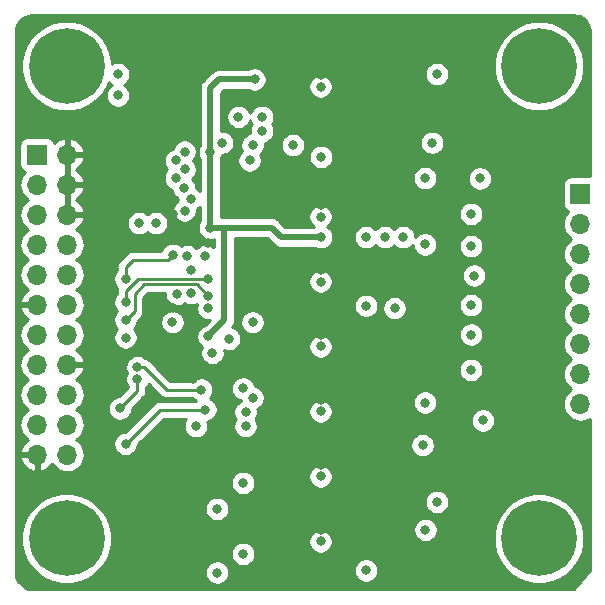
<source format=gbr>
G04 #@! TF.GenerationSoftware,KiCad,Pcbnew,(5.1.0)-1*
G04 #@! TF.CreationDate,2019-05-16T12:54:04-05:00*
G04 #@! TF.ProjectId,GPIODriverVer1,4750494f-4472-4697-9665-72566572312e,rev?*
G04 #@! TF.SameCoordinates,Original*
G04 #@! TF.FileFunction,Copper,L3,Inr*
G04 #@! TF.FilePolarity,Positive*
%FSLAX46Y46*%
G04 Gerber Fmt 4.6, Leading zero omitted, Abs format (unit mm)*
G04 Created by KiCad (PCBNEW (5.1.0)-1) date 2019-05-16 12:54:04*
%MOMM*%
%LPD*%
G04 APERTURE LIST*
%ADD10C,0.800000*%
%ADD11C,6.400000*%
%ADD12O,1.700000X1.700000*%
%ADD13R,1.700000X1.700000*%
%ADD14C,0.500000*%
%ADD15C,0.250000*%
%ADD16C,0.254000*%
G04 APERTURE END LIST*
D10*
X122947056Y-123802944D03*
X121250000Y-123100000D03*
X119552944Y-123802944D03*
X118850000Y-125500000D03*
X119552944Y-127197056D03*
X121250000Y-127900000D03*
X122947056Y-127197056D03*
X123650000Y-125500000D03*
D11*
X121250000Y-125500000D03*
D10*
X162947056Y-123802944D03*
X161250000Y-123100000D03*
X159552944Y-123802944D03*
X158850000Y-125500000D03*
X159552944Y-127197056D03*
X161250000Y-127900000D03*
X162947056Y-127197056D03*
X163650000Y-125500000D03*
D11*
X161250000Y-125500000D03*
D10*
X122947056Y-83802944D03*
X121250000Y-83100000D03*
X119552944Y-83802944D03*
X118850000Y-85500000D03*
X119552944Y-87197056D03*
X121250000Y-87900000D03*
X122947056Y-87197056D03*
X123650000Y-85500000D03*
D11*
X121250000Y-85500000D03*
D10*
X162947056Y-83802944D03*
X161250000Y-83100000D03*
X159552944Y-83802944D03*
X158850000Y-85500000D03*
X159552944Y-87197056D03*
X161250000Y-87900000D03*
X162947056Y-87197056D03*
X163650000Y-85500000D03*
D11*
X161250000Y-85500000D03*
D12*
X121290000Y-118400000D03*
X118750000Y-118400000D03*
X121290000Y-115860000D03*
X118750000Y-115860000D03*
X121290000Y-113320000D03*
X118750000Y-113320000D03*
X121290000Y-110780000D03*
X118750000Y-110780000D03*
X121290000Y-108240000D03*
X118750000Y-108240000D03*
X121290000Y-105700000D03*
X118750000Y-105700000D03*
X121290000Y-103160000D03*
X118750000Y-103160000D03*
X121290000Y-100620000D03*
X118750000Y-100620000D03*
X121290000Y-98080000D03*
X118750000Y-98080000D03*
X121290000Y-95540000D03*
X118750000Y-95540000D03*
X121290000Y-93000000D03*
D13*
X118750000Y-93000000D03*
X164750000Y-96340000D03*
D12*
X164750000Y-98880000D03*
X164750000Y-101420000D03*
X164750000Y-103960000D03*
X164750000Y-106500000D03*
X164750000Y-109040000D03*
X164750000Y-111580000D03*
X164750000Y-114120000D03*
D10*
X142750000Y-102750000D03*
X142750000Y-108250000D03*
X142750000Y-113750000D03*
X142750000Y-119250000D03*
X142750000Y-97250000D03*
X130250000Y-100000000D03*
X133250000Y-100500000D03*
X130250000Y-106000000D03*
X130175000Y-111075000D03*
X133325000Y-116925000D03*
X130175000Y-116925000D03*
X142750000Y-86250000D03*
X159750000Y-99000000D03*
X159750000Y-101500000D03*
X159750000Y-104000000D03*
X159750000Y-106500000D03*
X159750000Y-109000000D03*
X159750000Y-111500000D03*
X159750000Y-114000000D03*
X159750000Y-96500000D03*
X130250000Y-98000000D03*
X150750000Y-108250000D03*
X142749998Y-124750000D03*
X128600000Y-119200000D03*
X128400000Y-125200000D03*
X148600000Y-88450000D03*
X148400000Y-82300000D03*
X127800000Y-82200000D03*
X130800000Y-86800000D03*
X131965657Y-112027388D03*
X142749590Y-91730026D03*
X156237347Y-95012653D03*
X155500000Y-98012653D03*
X155500000Y-100750000D03*
X155749986Y-103250000D03*
X155500000Y-105750000D03*
X155500000Y-108250000D03*
X155487347Y-111237347D03*
X156500000Y-115500000D03*
X133400000Y-99200000D03*
X133400000Y-92800000D03*
X133249999Y-108400000D03*
X142800000Y-100000000D03*
X137170010Y-86629990D03*
X152600000Y-86200000D03*
X152200000Y-91999964D03*
X125600000Y-86200000D03*
X151600000Y-95000000D03*
X125600000Y-88000000D03*
X151600000Y-100600000D03*
X134000000Y-123000000D03*
X149025032Y-106000000D03*
X151600000Y-114000000D03*
X152600000Y-122400000D03*
X146600000Y-128200000D03*
X151400000Y-117600000D03*
X134000000Y-128400000D03*
X151625792Y-124773755D03*
X142750000Y-87250000D03*
X136750000Y-93500000D03*
X131250000Y-92750000D03*
X142800000Y-93199978D03*
X142750000Y-98250000D03*
X130500000Y-93500000D03*
X142750000Y-103750000D03*
X131250000Y-94250000D03*
X142750000Y-109250000D03*
X130500000Y-95000000D03*
X142750000Y-114750000D03*
X131175000Y-95825000D03*
X142750000Y-120250000D03*
X131750000Y-96750000D03*
X131250000Y-97750000D03*
X142750000Y-125750000D03*
X130250000Y-101500000D03*
X126237340Y-103512660D03*
X126250000Y-105500000D03*
X133250000Y-103500000D03*
X126250000Y-107000000D03*
X133250000Y-105000000D03*
X126250000Y-108500000D03*
X133250000Y-106000000D03*
X127250000Y-110999973D03*
X132647224Y-112894449D03*
X125750000Y-114500000D03*
X127250000Y-112000014D03*
X126250000Y-117500000D03*
X133000000Y-114600000D03*
X146600000Y-105800000D03*
X146600000Y-100000000D03*
X149750000Y-100000000D03*
X148200000Y-100000000D03*
X137000000Y-92200000D03*
X140400000Y-92200000D03*
X137800000Y-91000000D03*
X134400000Y-92000000D03*
X137800000Y-89800000D03*
X135800000Y-89800000D03*
X136200000Y-120800000D03*
X132200000Y-116000000D03*
X136200000Y-126800000D03*
X127400000Y-98800000D03*
X131800000Y-102775000D03*
X131799999Y-104725000D03*
X130600000Y-104800000D03*
X130200000Y-107200000D03*
X135000000Y-108600000D03*
X128800000Y-98800000D03*
X131475000Y-101600000D03*
X136200000Y-112800000D03*
X137000000Y-113600000D03*
X137000000Y-107200000D03*
X136400000Y-114800000D03*
X136400000Y-116000000D03*
X133000000Y-101600000D03*
X133599998Y-109800000D03*
D14*
X142800000Y-100000000D02*
X139400000Y-100000000D01*
X139400000Y-100000000D02*
X138600000Y-99200000D01*
X134600000Y-107049999D02*
X134600000Y-99200000D01*
X133249999Y-108400000D02*
X134600000Y-107049999D01*
X138600000Y-99200000D02*
X134600000Y-99200000D01*
X134600000Y-99200000D02*
X133400000Y-99200000D01*
X133400000Y-98634315D02*
X133400000Y-92800000D01*
X133400000Y-99200000D02*
X133400000Y-98634315D01*
X133400000Y-92800000D02*
X133400000Y-87400000D01*
X134170010Y-86629990D02*
X137170010Y-86629990D01*
X133400000Y-87400000D02*
X134170010Y-86629990D01*
D15*
X129850001Y-101899999D02*
X130250000Y-101500000D01*
X126900001Y-101899999D02*
X129850001Y-101899999D01*
X126237340Y-103512660D02*
X126237340Y-102562660D01*
X126237340Y-102562660D02*
X126900001Y-101899999D01*
X132684315Y-103500000D02*
X133250000Y-103500000D01*
X127300000Y-103500000D02*
X132684315Y-103500000D01*
X126250000Y-105500000D02*
X126250000Y-104550000D01*
X126250000Y-104550000D02*
X127300000Y-103500000D01*
X127000000Y-106250000D02*
X126250000Y-107000000D01*
X127000000Y-104800000D02*
X127000000Y-106250000D01*
X127800000Y-104000000D02*
X127000000Y-104800000D01*
X133250000Y-105000000D02*
X132250000Y-104000000D01*
X132250000Y-104000000D02*
X127800000Y-104000000D01*
X127250000Y-110999973D02*
X127815685Y-110999973D01*
X129710161Y-112894449D02*
X132081539Y-112894449D01*
X127815685Y-110999973D02*
X129710161Y-112894449D01*
X132081539Y-112894449D02*
X132647224Y-112894449D01*
X127250000Y-113000000D02*
X127250000Y-112000014D01*
X125750000Y-114500000D02*
X127250000Y-113000000D01*
X129150000Y-114600000D02*
X132434315Y-114600000D01*
X132434315Y-114600000D02*
X133000000Y-114600000D01*
X126250000Y-117500000D02*
X129150000Y-114600000D01*
D16*
G36*
X164499899Y-81237907D02*
G01*
X164740285Y-81310484D01*
X164961991Y-81428368D01*
X165156577Y-81587068D01*
X165316635Y-81780545D01*
X165436064Y-82001424D01*
X165510317Y-82241297D01*
X165540000Y-82523716D01*
X165540000Y-94851928D01*
X163900000Y-94851928D01*
X163775518Y-94864188D01*
X163655820Y-94900498D01*
X163545506Y-94959463D01*
X163448815Y-95038815D01*
X163369463Y-95135506D01*
X163310498Y-95245820D01*
X163274188Y-95365518D01*
X163261928Y-95490000D01*
X163261928Y-97190000D01*
X163274188Y-97314482D01*
X163310498Y-97434180D01*
X163369463Y-97544494D01*
X163448815Y-97641185D01*
X163545506Y-97720537D01*
X163655820Y-97779502D01*
X163724687Y-97800393D01*
X163694866Y-97824866D01*
X163509294Y-98050986D01*
X163371401Y-98308966D01*
X163286487Y-98588889D01*
X163257815Y-98880000D01*
X163286487Y-99171111D01*
X163371401Y-99451034D01*
X163509294Y-99709014D01*
X163694866Y-99935134D01*
X163920986Y-100120706D01*
X163975791Y-100150000D01*
X163920986Y-100179294D01*
X163694866Y-100364866D01*
X163509294Y-100590986D01*
X163371401Y-100848966D01*
X163286487Y-101128889D01*
X163257815Y-101420000D01*
X163286487Y-101711111D01*
X163371401Y-101991034D01*
X163509294Y-102249014D01*
X163694866Y-102475134D01*
X163920986Y-102660706D01*
X163975791Y-102690000D01*
X163920986Y-102719294D01*
X163694866Y-102904866D01*
X163509294Y-103130986D01*
X163371401Y-103388966D01*
X163286487Y-103668889D01*
X163257815Y-103960000D01*
X163286487Y-104251111D01*
X163371401Y-104531034D01*
X163509294Y-104789014D01*
X163694866Y-105015134D01*
X163920986Y-105200706D01*
X163975791Y-105230000D01*
X163920986Y-105259294D01*
X163694866Y-105444866D01*
X163509294Y-105670986D01*
X163371401Y-105928966D01*
X163286487Y-106208889D01*
X163257815Y-106500000D01*
X163286487Y-106791111D01*
X163371401Y-107071034D01*
X163509294Y-107329014D01*
X163694866Y-107555134D01*
X163920986Y-107740706D01*
X163975791Y-107770000D01*
X163920986Y-107799294D01*
X163694866Y-107984866D01*
X163509294Y-108210986D01*
X163371401Y-108468966D01*
X163286487Y-108748889D01*
X163257815Y-109040000D01*
X163286487Y-109331111D01*
X163371401Y-109611034D01*
X163509294Y-109869014D01*
X163694866Y-110095134D01*
X163920986Y-110280706D01*
X163975791Y-110310000D01*
X163920986Y-110339294D01*
X163694866Y-110524866D01*
X163509294Y-110750986D01*
X163371401Y-111008966D01*
X163286487Y-111288889D01*
X163257815Y-111580000D01*
X163286487Y-111871111D01*
X163371401Y-112151034D01*
X163509294Y-112409014D01*
X163694866Y-112635134D01*
X163920986Y-112820706D01*
X163975791Y-112850000D01*
X163920986Y-112879294D01*
X163694866Y-113064866D01*
X163509294Y-113290986D01*
X163371401Y-113548966D01*
X163286487Y-113828889D01*
X163257815Y-114120000D01*
X163286487Y-114411111D01*
X163371401Y-114691034D01*
X163509294Y-114949014D01*
X163694866Y-115175134D01*
X163920986Y-115360706D01*
X164178966Y-115498599D01*
X164458889Y-115583513D01*
X164677050Y-115605000D01*
X164822950Y-115605000D01*
X165041111Y-115583513D01*
X165321034Y-115498599D01*
X165540001Y-115381559D01*
X165540001Y-128153619D01*
X164176350Y-129790000D01*
X118284721Y-129790000D01*
X118000101Y-129762093D01*
X117789474Y-129698501D01*
X117121196Y-129104476D01*
X117063936Y-128998576D01*
X116989683Y-128758701D01*
X116960000Y-128476291D01*
X116960000Y-125122285D01*
X117415000Y-125122285D01*
X117415000Y-125877715D01*
X117562377Y-126618628D01*
X117851467Y-127316554D01*
X118271161Y-127944670D01*
X118805330Y-128478839D01*
X119433446Y-128898533D01*
X120131372Y-129187623D01*
X120872285Y-129335000D01*
X121627715Y-129335000D01*
X122368628Y-129187623D01*
X123066554Y-128898533D01*
X123694670Y-128478839D01*
X123875448Y-128298061D01*
X132965000Y-128298061D01*
X132965000Y-128501939D01*
X133004774Y-128701898D01*
X133082795Y-128890256D01*
X133196063Y-129059774D01*
X133340226Y-129203937D01*
X133509744Y-129317205D01*
X133698102Y-129395226D01*
X133898061Y-129435000D01*
X134101939Y-129435000D01*
X134301898Y-129395226D01*
X134490256Y-129317205D01*
X134659774Y-129203937D01*
X134803937Y-129059774D01*
X134917205Y-128890256D01*
X134995226Y-128701898D01*
X135035000Y-128501939D01*
X135035000Y-128298061D01*
X134995226Y-128098102D01*
X134995210Y-128098061D01*
X145565000Y-128098061D01*
X145565000Y-128301939D01*
X145604774Y-128501898D01*
X145682795Y-128690256D01*
X145796063Y-128859774D01*
X145940226Y-129003937D01*
X146109744Y-129117205D01*
X146298102Y-129195226D01*
X146498061Y-129235000D01*
X146701939Y-129235000D01*
X146901898Y-129195226D01*
X147090256Y-129117205D01*
X147259774Y-129003937D01*
X147403937Y-128859774D01*
X147517205Y-128690256D01*
X147595226Y-128501898D01*
X147635000Y-128301939D01*
X147635000Y-128098061D01*
X147595226Y-127898102D01*
X147517205Y-127709744D01*
X147403937Y-127540226D01*
X147259774Y-127396063D01*
X147090256Y-127282795D01*
X146901898Y-127204774D01*
X146701939Y-127165000D01*
X146498061Y-127165000D01*
X146298102Y-127204774D01*
X146109744Y-127282795D01*
X145940226Y-127396063D01*
X145796063Y-127540226D01*
X145682795Y-127709744D01*
X145604774Y-127898102D01*
X145565000Y-128098061D01*
X134995210Y-128098061D01*
X134917205Y-127909744D01*
X134803937Y-127740226D01*
X134659774Y-127596063D01*
X134490256Y-127482795D01*
X134301898Y-127404774D01*
X134101939Y-127365000D01*
X133898061Y-127365000D01*
X133698102Y-127404774D01*
X133509744Y-127482795D01*
X133340226Y-127596063D01*
X133196063Y-127740226D01*
X133082795Y-127909744D01*
X133004774Y-128098102D01*
X132965000Y-128298061D01*
X123875448Y-128298061D01*
X124228839Y-127944670D01*
X124648533Y-127316554D01*
X124904720Y-126698061D01*
X135165000Y-126698061D01*
X135165000Y-126901939D01*
X135204774Y-127101898D01*
X135282795Y-127290256D01*
X135396063Y-127459774D01*
X135540226Y-127603937D01*
X135709744Y-127717205D01*
X135898102Y-127795226D01*
X136098061Y-127835000D01*
X136301939Y-127835000D01*
X136501898Y-127795226D01*
X136690256Y-127717205D01*
X136859774Y-127603937D01*
X137003937Y-127459774D01*
X137117205Y-127290256D01*
X137195226Y-127101898D01*
X137235000Y-126901939D01*
X137235000Y-126698061D01*
X137195226Y-126498102D01*
X137117205Y-126309744D01*
X137003937Y-126140226D01*
X136859774Y-125996063D01*
X136690256Y-125882795D01*
X136501898Y-125804774D01*
X136301939Y-125765000D01*
X136098061Y-125765000D01*
X135898102Y-125804774D01*
X135709744Y-125882795D01*
X135540226Y-125996063D01*
X135396063Y-126140226D01*
X135282795Y-126309744D01*
X135204774Y-126498102D01*
X135165000Y-126698061D01*
X124904720Y-126698061D01*
X124937623Y-126618628D01*
X125085000Y-125877715D01*
X125085000Y-125648061D01*
X141715000Y-125648061D01*
X141715000Y-125851939D01*
X141754774Y-126051898D01*
X141832795Y-126240256D01*
X141946063Y-126409774D01*
X142090226Y-126553937D01*
X142259744Y-126667205D01*
X142448102Y-126745226D01*
X142648061Y-126785000D01*
X142851939Y-126785000D01*
X143051898Y-126745226D01*
X143240256Y-126667205D01*
X143409774Y-126553937D01*
X143553937Y-126409774D01*
X143667205Y-126240256D01*
X143745226Y-126051898D01*
X143785000Y-125851939D01*
X143785000Y-125648061D01*
X143745226Y-125448102D01*
X143667205Y-125259744D01*
X143553937Y-125090226D01*
X143409774Y-124946063D01*
X143240256Y-124832795D01*
X143051898Y-124754774D01*
X142851939Y-124715000D01*
X142648061Y-124715000D01*
X142448102Y-124754774D01*
X142259744Y-124832795D01*
X142090226Y-124946063D01*
X141946063Y-125090226D01*
X141832795Y-125259744D01*
X141754774Y-125448102D01*
X141715000Y-125648061D01*
X125085000Y-125648061D01*
X125085000Y-125122285D01*
X124995396Y-124671816D01*
X150590792Y-124671816D01*
X150590792Y-124875694D01*
X150630566Y-125075653D01*
X150708587Y-125264011D01*
X150821855Y-125433529D01*
X150966018Y-125577692D01*
X151135536Y-125690960D01*
X151323894Y-125768981D01*
X151523853Y-125808755D01*
X151727731Y-125808755D01*
X151927690Y-125768981D01*
X152116048Y-125690960D01*
X152285566Y-125577692D01*
X152429729Y-125433529D01*
X152542997Y-125264011D01*
X152601702Y-125122285D01*
X157415000Y-125122285D01*
X157415000Y-125877715D01*
X157562377Y-126618628D01*
X157851467Y-127316554D01*
X158271161Y-127944670D01*
X158805330Y-128478839D01*
X159433446Y-128898533D01*
X160131372Y-129187623D01*
X160872285Y-129335000D01*
X161627715Y-129335000D01*
X162368628Y-129187623D01*
X163066554Y-128898533D01*
X163694670Y-128478839D01*
X164228839Y-127944670D01*
X164648533Y-127316554D01*
X164937623Y-126618628D01*
X165085000Y-125877715D01*
X165085000Y-125122285D01*
X164937623Y-124381372D01*
X164648533Y-123683446D01*
X164228839Y-123055330D01*
X163694670Y-122521161D01*
X163066554Y-122101467D01*
X162368628Y-121812377D01*
X161627715Y-121665000D01*
X160872285Y-121665000D01*
X160131372Y-121812377D01*
X159433446Y-122101467D01*
X158805330Y-122521161D01*
X158271161Y-123055330D01*
X157851467Y-123683446D01*
X157562377Y-124381372D01*
X157415000Y-125122285D01*
X152601702Y-125122285D01*
X152621018Y-125075653D01*
X152660792Y-124875694D01*
X152660792Y-124671816D01*
X152621018Y-124471857D01*
X152542997Y-124283499D01*
X152429729Y-124113981D01*
X152285566Y-123969818D01*
X152116048Y-123856550D01*
X151927690Y-123778529D01*
X151727731Y-123738755D01*
X151523853Y-123738755D01*
X151323894Y-123778529D01*
X151135536Y-123856550D01*
X150966018Y-123969818D01*
X150821855Y-124113981D01*
X150708587Y-124283499D01*
X150630566Y-124471857D01*
X150590792Y-124671816D01*
X124995396Y-124671816D01*
X124937623Y-124381372D01*
X124648533Y-123683446D01*
X124228839Y-123055330D01*
X124071570Y-122898061D01*
X132965000Y-122898061D01*
X132965000Y-123101939D01*
X133004774Y-123301898D01*
X133082795Y-123490256D01*
X133196063Y-123659774D01*
X133340226Y-123803937D01*
X133509744Y-123917205D01*
X133698102Y-123995226D01*
X133898061Y-124035000D01*
X134101939Y-124035000D01*
X134301898Y-123995226D01*
X134490256Y-123917205D01*
X134659774Y-123803937D01*
X134803937Y-123659774D01*
X134917205Y-123490256D01*
X134995226Y-123301898D01*
X135035000Y-123101939D01*
X135035000Y-122898061D01*
X134995226Y-122698102D01*
X134917205Y-122509744D01*
X134803937Y-122340226D01*
X134761772Y-122298061D01*
X151565000Y-122298061D01*
X151565000Y-122501939D01*
X151604774Y-122701898D01*
X151682795Y-122890256D01*
X151796063Y-123059774D01*
X151940226Y-123203937D01*
X152109744Y-123317205D01*
X152298102Y-123395226D01*
X152498061Y-123435000D01*
X152701939Y-123435000D01*
X152901898Y-123395226D01*
X153090256Y-123317205D01*
X153259774Y-123203937D01*
X153403937Y-123059774D01*
X153517205Y-122890256D01*
X153595226Y-122701898D01*
X153635000Y-122501939D01*
X153635000Y-122298061D01*
X153595226Y-122098102D01*
X153517205Y-121909744D01*
X153403937Y-121740226D01*
X153259774Y-121596063D01*
X153090256Y-121482795D01*
X152901898Y-121404774D01*
X152701939Y-121365000D01*
X152498061Y-121365000D01*
X152298102Y-121404774D01*
X152109744Y-121482795D01*
X151940226Y-121596063D01*
X151796063Y-121740226D01*
X151682795Y-121909744D01*
X151604774Y-122098102D01*
X151565000Y-122298061D01*
X134761772Y-122298061D01*
X134659774Y-122196063D01*
X134490256Y-122082795D01*
X134301898Y-122004774D01*
X134101939Y-121965000D01*
X133898061Y-121965000D01*
X133698102Y-122004774D01*
X133509744Y-122082795D01*
X133340226Y-122196063D01*
X133196063Y-122340226D01*
X133082795Y-122509744D01*
X133004774Y-122698102D01*
X132965000Y-122898061D01*
X124071570Y-122898061D01*
X123694670Y-122521161D01*
X123066554Y-122101467D01*
X122368628Y-121812377D01*
X121627715Y-121665000D01*
X120872285Y-121665000D01*
X120131372Y-121812377D01*
X119433446Y-122101467D01*
X118805330Y-122521161D01*
X118271161Y-123055330D01*
X117851467Y-123683446D01*
X117562377Y-124381372D01*
X117415000Y-125122285D01*
X116960000Y-125122285D01*
X116960000Y-120698061D01*
X135165000Y-120698061D01*
X135165000Y-120901939D01*
X135204774Y-121101898D01*
X135282795Y-121290256D01*
X135396063Y-121459774D01*
X135540226Y-121603937D01*
X135709744Y-121717205D01*
X135898102Y-121795226D01*
X136098061Y-121835000D01*
X136301939Y-121835000D01*
X136501898Y-121795226D01*
X136690256Y-121717205D01*
X136859774Y-121603937D01*
X137003937Y-121459774D01*
X137117205Y-121290256D01*
X137195226Y-121101898D01*
X137235000Y-120901939D01*
X137235000Y-120698061D01*
X137195226Y-120498102D01*
X137117205Y-120309744D01*
X137009173Y-120148061D01*
X141715000Y-120148061D01*
X141715000Y-120351939D01*
X141754774Y-120551898D01*
X141832795Y-120740256D01*
X141946063Y-120909774D01*
X142090226Y-121053937D01*
X142259744Y-121167205D01*
X142448102Y-121245226D01*
X142648061Y-121285000D01*
X142851939Y-121285000D01*
X143051898Y-121245226D01*
X143240256Y-121167205D01*
X143409774Y-121053937D01*
X143553937Y-120909774D01*
X143667205Y-120740256D01*
X143745226Y-120551898D01*
X143785000Y-120351939D01*
X143785000Y-120148061D01*
X143745226Y-119948102D01*
X143667205Y-119759744D01*
X143553937Y-119590226D01*
X143409774Y-119446063D01*
X143240256Y-119332795D01*
X143051898Y-119254774D01*
X142851939Y-119215000D01*
X142648061Y-119215000D01*
X142448102Y-119254774D01*
X142259744Y-119332795D01*
X142090226Y-119446063D01*
X141946063Y-119590226D01*
X141832795Y-119759744D01*
X141754774Y-119948102D01*
X141715000Y-120148061D01*
X137009173Y-120148061D01*
X137003937Y-120140226D01*
X136859774Y-119996063D01*
X136690256Y-119882795D01*
X136501898Y-119804774D01*
X136301939Y-119765000D01*
X136098061Y-119765000D01*
X135898102Y-119804774D01*
X135709744Y-119882795D01*
X135540226Y-119996063D01*
X135396063Y-120140226D01*
X135282795Y-120309744D01*
X135204774Y-120498102D01*
X135165000Y-120698061D01*
X116960000Y-120698061D01*
X116960000Y-118756890D01*
X117308524Y-118756890D01*
X117353175Y-118904099D01*
X117478359Y-119166920D01*
X117652412Y-119400269D01*
X117868645Y-119595178D01*
X118118748Y-119744157D01*
X118393109Y-119841481D01*
X118623000Y-119720814D01*
X118623000Y-118527000D01*
X117429845Y-118527000D01*
X117308524Y-118756890D01*
X116960000Y-118756890D01*
X116960000Y-95540000D01*
X117257815Y-95540000D01*
X117286487Y-95831111D01*
X117371401Y-96111034D01*
X117509294Y-96369014D01*
X117694866Y-96595134D01*
X117920986Y-96780706D01*
X117975791Y-96810000D01*
X117920986Y-96839294D01*
X117694866Y-97024866D01*
X117509294Y-97250986D01*
X117371401Y-97508966D01*
X117286487Y-97788889D01*
X117257815Y-98080000D01*
X117286487Y-98371111D01*
X117371401Y-98651034D01*
X117509294Y-98909014D01*
X117694866Y-99135134D01*
X117920986Y-99320706D01*
X117975791Y-99350000D01*
X117920986Y-99379294D01*
X117694866Y-99564866D01*
X117509294Y-99790986D01*
X117371401Y-100048966D01*
X117286487Y-100328889D01*
X117257815Y-100620000D01*
X117286487Y-100911111D01*
X117371401Y-101191034D01*
X117509294Y-101449014D01*
X117694866Y-101675134D01*
X117920986Y-101860706D01*
X117975791Y-101890000D01*
X117920986Y-101919294D01*
X117694866Y-102104866D01*
X117509294Y-102330986D01*
X117371401Y-102588966D01*
X117286487Y-102868889D01*
X117257815Y-103160000D01*
X117286487Y-103451111D01*
X117371401Y-103731034D01*
X117509294Y-103989014D01*
X117694866Y-104215134D01*
X117920986Y-104400706D01*
X117985523Y-104435201D01*
X117868645Y-104504822D01*
X117652412Y-104699731D01*
X117478359Y-104933080D01*
X117353175Y-105195901D01*
X117308524Y-105343110D01*
X117429845Y-105573000D01*
X118623000Y-105573000D01*
X118623000Y-105553000D01*
X118877000Y-105553000D01*
X118877000Y-105573000D01*
X118897000Y-105573000D01*
X118897000Y-105827000D01*
X118877000Y-105827000D01*
X118877000Y-105847000D01*
X118623000Y-105847000D01*
X118623000Y-105827000D01*
X117429845Y-105827000D01*
X117308524Y-106056890D01*
X117353175Y-106204099D01*
X117478359Y-106466920D01*
X117652412Y-106700269D01*
X117868645Y-106895178D01*
X117985523Y-106964799D01*
X117920986Y-106999294D01*
X117694866Y-107184866D01*
X117509294Y-107410986D01*
X117371401Y-107668966D01*
X117286487Y-107948889D01*
X117257815Y-108240000D01*
X117286487Y-108531111D01*
X117371401Y-108811034D01*
X117509294Y-109069014D01*
X117694866Y-109295134D01*
X117920986Y-109480706D01*
X117975791Y-109510000D01*
X117920986Y-109539294D01*
X117694866Y-109724866D01*
X117509294Y-109950986D01*
X117371401Y-110208966D01*
X117286487Y-110488889D01*
X117257815Y-110780000D01*
X117286487Y-111071111D01*
X117371401Y-111351034D01*
X117509294Y-111609014D01*
X117694866Y-111835134D01*
X117920986Y-112020706D01*
X117975791Y-112050000D01*
X117920986Y-112079294D01*
X117694866Y-112264866D01*
X117509294Y-112490986D01*
X117371401Y-112748966D01*
X117286487Y-113028889D01*
X117257815Y-113320000D01*
X117286487Y-113611111D01*
X117371401Y-113891034D01*
X117509294Y-114149014D01*
X117694866Y-114375134D01*
X117920986Y-114560706D01*
X117975791Y-114590000D01*
X117920986Y-114619294D01*
X117694866Y-114804866D01*
X117509294Y-115030986D01*
X117371401Y-115288966D01*
X117286487Y-115568889D01*
X117257815Y-115860000D01*
X117286487Y-116151111D01*
X117371401Y-116431034D01*
X117509294Y-116689014D01*
X117694866Y-116915134D01*
X117920986Y-117100706D01*
X117985523Y-117135201D01*
X117868645Y-117204822D01*
X117652412Y-117399731D01*
X117478359Y-117633080D01*
X117353175Y-117895901D01*
X117308524Y-118043110D01*
X117429845Y-118273000D01*
X118623000Y-118273000D01*
X118623000Y-118253000D01*
X118877000Y-118253000D01*
X118877000Y-118273000D01*
X118897000Y-118273000D01*
X118897000Y-118527000D01*
X118877000Y-118527000D01*
X118877000Y-119720814D01*
X119106891Y-119841481D01*
X119381252Y-119744157D01*
X119631355Y-119595178D01*
X119847588Y-119400269D01*
X120018416Y-119171244D01*
X120049294Y-119229014D01*
X120234866Y-119455134D01*
X120460986Y-119640706D01*
X120718966Y-119778599D01*
X120998889Y-119863513D01*
X121217050Y-119885000D01*
X121362950Y-119885000D01*
X121581111Y-119863513D01*
X121861034Y-119778599D01*
X122119014Y-119640706D01*
X122345134Y-119455134D01*
X122530706Y-119229014D01*
X122668599Y-118971034D01*
X122753513Y-118691111D01*
X122782185Y-118400000D01*
X122753513Y-118108889D01*
X122668599Y-117828966D01*
X122530706Y-117570986D01*
X122345134Y-117344866D01*
X122119014Y-117159294D01*
X122064209Y-117130000D01*
X122119014Y-117100706D01*
X122345134Y-116915134D01*
X122530706Y-116689014D01*
X122668599Y-116431034D01*
X122753513Y-116151111D01*
X122782185Y-115860000D01*
X122753513Y-115568889D01*
X122668599Y-115288966D01*
X122530706Y-115030986D01*
X122345134Y-114804866D01*
X122119014Y-114619294D01*
X122064209Y-114590000D01*
X122119014Y-114560706D01*
X122317197Y-114398061D01*
X124715000Y-114398061D01*
X124715000Y-114601939D01*
X124754774Y-114801898D01*
X124832795Y-114990256D01*
X124946063Y-115159774D01*
X125090226Y-115303937D01*
X125259744Y-115417205D01*
X125448102Y-115495226D01*
X125648061Y-115535000D01*
X125851939Y-115535000D01*
X126051898Y-115495226D01*
X126240256Y-115417205D01*
X126409774Y-115303937D01*
X126553937Y-115159774D01*
X126667205Y-114990256D01*
X126745226Y-114801898D01*
X126785000Y-114601939D01*
X126785000Y-114539801D01*
X127761004Y-113563798D01*
X127790001Y-113540001D01*
X127884974Y-113424276D01*
X127955546Y-113292247D01*
X127999003Y-113148986D01*
X128010000Y-113037333D01*
X128010000Y-113037324D01*
X128013676Y-113000001D01*
X128010000Y-112962678D01*
X128010000Y-112703725D01*
X128053937Y-112659788D01*
X128167205Y-112490270D01*
X128185943Y-112445033D01*
X129146362Y-113405452D01*
X129170160Y-113434450D01*
X129285885Y-113529423D01*
X129417914Y-113599995D01*
X129561175Y-113643452D01*
X129672828Y-113654449D01*
X129672836Y-113654449D01*
X129710161Y-113658125D01*
X129747486Y-113654449D01*
X131943513Y-113654449D01*
X131987450Y-113698386D01*
X132156968Y-113811654D01*
X132225401Y-113840000D01*
X129187322Y-113840000D01*
X129149999Y-113836324D01*
X129112676Y-113840000D01*
X129112667Y-113840000D01*
X129001014Y-113850997D01*
X128857753Y-113894454D01*
X128725724Y-113965026D01*
X128609999Y-114059999D01*
X128586201Y-114088997D01*
X126210199Y-116465000D01*
X126148061Y-116465000D01*
X125948102Y-116504774D01*
X125759744Y-116582795D01*
X125590226Y-116696063D01*
X125446063Y-116840226D01*
X125332795Y-117009744D01*
X125254774Y-117198102D01*
X125215000Y-117398061D01*
X125215000Y-117601939D01*
X125254774Y-117801898D01*
X125332795Y-117990256D01*
X125446063Y-118159774D01*
X125590226Y-118303937D01*
X125759744Y-118417205D01*
X125948102Y-118495226D01*
X126148061Y-118535000D01*
X126351939Y-118535000D01*
X126551898Y-118495226D01*
X126740256Y-118417205D01*
X126909774Y-118303937D01*
X127053937Y-118159774D01*
X127167205Y-117990256D01*
X127245226Y-117801898D01*
X127285000Y-117601939D01*
X127285000Y-117539801D01*
X127326740Y-117498061D01*
X150365000Y-117498061D01*
X150365000Y-117701939D01*
X150404774Y-117901898D01*
X150482795Y-118090256D01*
X150596063Y-118259774D01*
X150740226Y-118403937D01*
X150909744Y-118517205D01*
X151098102Y-118595226D01*
X151298061Y-118635000D01*
X151501939Y-118635000D01*
X151701898Y-118595226D01*
X151890256Y-118517205D01*
X152059774Y-118403937D01*
X152203937Y-118259774D01*
X152317205Y-118090256D01*
X152395226Y-117901898D01*
X152435000Y-117701939D01*
X152435000Y-117498061D01*
X152395226Y-117298102D01*
X152317205Y-117109744D01*
X152203937Y-116940226D01*
X152059774Y-116796063D01*
X151890256Y-116682795D01*
X151701898Y-116604774D01*
X151501939Y-116565000D01*
X151298061Y-116565000D01*
X151098102Y-116604774D01*
X150909744Y-116682795D01*
X150740226Y-116796063D01*
X150596063Y-116940226D01*
X150482795Y-117109744D01*
X150404774Y-117298102D01*
X150365000Y-117498061D01*
X127326740Y-117498061D01*
X129464802Y-115360000D01*
X131382850Y-115360000D01*
X131282795Y-115509744D01*
X131204774Y-115698102D01*
X131165000Y-115898061D01*
X131165000Y-116101939D01*
X131204774Y-116301898D01*
X131282795Y-116490256D01*
X131396063Y-116659774D01*
X131540226Y-116803937D01*
X131709744Y-116917205D01*
X131898102Y-116995226D01*
X132098061Y-117035000D01*
X132301939Y-117035000D01*
X132501898Y-116995226D01*
X132690256Y-116917205D01*
X132859774Y-116803937D01*
X133003937Y-116659774D01*
X133117205Y-116490256D01*
X133195226Y-116301898D01*
X133235000Y-116101939D01*
X133235000Y-115898061D01*
X133195226Y-115698102D01*
X133163977Y-115622660D01*
X133301898Y-115595226D01*
X133490256Y-115517205D01*
X133659774Y-115403937D01*
X133803937Y-115259774D01*
X133917205Y-115090256D01*
X133995226Y-114901898D01*
X134035000Y-114701939D01*
X134035000Y-114498061D01*
X133995226Y-114298102D01*
X133917205Y-114109744D01*
X133803937Y-113940226D01*
X133659774Y-113796063D01*
X133490256Y-113682795D01*
X133371698Y-113633686D01*
X133451161Y-113554223D01*
X133564429Y-113384705D01*
X133642450Y-113196347D01*
X133682224Y-112996388D01*
X133682224Y-112792510D01*
X133663438Y-112698061D01*
X135165000Y-112698061D01*
X135165000Y-112901939D01*
X135204774Y-113101898D01*
X135282795Y-113290256D01*
X135396063Y-113459774D01*
X135540226Y-113603937D01*
X135709744Y-113717205D01*
X135898102Y-113795226D01*
X135987076Y-113812924D01*
X135994030Y-113847882D01*
X135909744Y-113882795D01*
X135740226Y-113996063D01*
X135596063Y-114140226D01*
X135482795Y-114309744D01*
X135404774Y-114498102D01*
X135365000Y-114698061D01*
X135365000Y-114901939D01*
X135404774Y-115101898D01*
X135482795Y-115290256D01*
X135556123Y-115400000D01*
X135482795Y-115509744D01*
X135404774Y-115698102D01*
X135365000Y-115898061D01*
X135365000Y-116101939D01*
X135404774Y-116301898D01*
X135482795Y-116490256D01*
X135596063Y-116659774D01*
X135740226Y-116803937D01*
X135909744Y-116917205D01*
X136098102Y-116995226D01*
X136298061Y-117035000D01*
X136501939Y-117035000D01*
X136701898Y-116995226D01*
X136890256Y-116917205D01*
X137059774Y-116803937D01*
X137203937Y-116659774D01*
X137317205Y-116490256D01*
X137395226Y-116301898D01*
X137435000Y-116101939D01*
X137435000Y-115898061D01*
X137395226Y-115698102D01*
X137317205Y-115509744D01*
X137243877Y-115400000D01*
X137317205Y-115290256D01*
X137395226Y-115101898D01*
X137435000Y-114901939D01*
X137435000Y-114698061D01*
X137425055Y-114648061D01*
X141715000Y-114648061D01*
X141715000Y-114851939D01*
X141754774Y-115051898D01*
X141832795Y-115240256D01*
X141946063Y-115409774D01*
X142090226Y-115553937D01*
X142259744Y-115667205D01*
X142448102Y-115745226D01*
X142648061Y-115785000D01*
X142851939Y-115785000D01*
X143051898Y-115745226D01*
X143240256Y-115667205D01*
X143409774Y-115553937D01*
X143553937Y-115409774D01*
X143561763Y-115398061D01*
X155465000Y-115398061D01*
X155465000Y-115601939D01*
X155504774Y-115801898D01*
X155582795Y-115990256D01*
X155696063Y-116159774D01*
X155840226Y-116303937D01*
X156009744Y-116417205D01*
X156198102Y-116495226D01*
X156398061Y-116535000D01*
X156601939Y-116535000D01*
X156801898Y-116495226D01*
X156990256Y-116417205D01*
X157159774Y-116303937D01*
X157303937Y-116159774D01*
X157417205Y-115990256D01*
X157495226Y-115801898D01*
X157535000Y-115601939D01*
X157535000Y-115398061D01*
X157495226Y-115198102D01*
X157417205Y-115009744D01*
X157303937Y-114840226D01*
X157159774Y-114696063D01*
X156990256Y-114582795D01*
X156801898Y-114504774D01*
X156601939Y-114465000D01*
X156398061Y-114465000D01*
X156198102Y-114504774D01*
X156009744Y-114582795D01*
X155840226Y-114696063D01*
X155696063Y-114840226D01*
X155582795Y-115009744D01*
X155504774Y-115198102D01*
X155465000Y-115398061D01*
X143561763Y-115398061D01*
X143667205Y-115240256D01*
X143745226Y-115051898D01*
X143785000Y-114851939D01*
X143785000Y-114648061D01*
X143745226Y-114448102D01*
X143667205Y-114259744D01*
X143553937Y-114090226D01*
X143409774Y-113946063D01*
X143337934Y-113898061D01*
X150565000Y-113898061D01*
X150565000Y-114101939D01*
X150604774Y-114301898D01*
X150682795Y-114490256D01*
X150796063Y-114659774D01*
X150940226Y-114803937D01*
X151109744Y-114917205D01*
X151298102Y-114995226D01*
X151498061Y-115035000D01*
X151701939Y-115035000D01*
X151901898Y-114995226D01*
X152090256Y-114917205D01*
X152259774Y-114803937D01*
X152403937Y-114659774D01*
X152517205Y-114490256D01*
X152595226Y-114301898D01*
X152635000Y-114101939D01*
X152635000Y-113898061D01*
X152595226Y-113698102D01*
X152517205Y-113509744D01*
X152403937Y-113340226D01*
X152259774Y-113196063D01*
X152090256Y-113082795D01*
X151901898Y-113004774D01*
X151701939Y-112965000D01*
X151498061Y-112965000D01*
X151298102Y-113004774D01*
X151109744Y-113082795D01*
X150940226Y-113196063D01*
X150796063Y-113340226D01*
X150682795Y-113509744D01*
X150604774Y-113698102D01*
X150565000Y-113898061D01*
X143337934Y-113898061D01*
X143240256Y-113832795D01*
X143051898Y-113754774D01*
X142851939Y-113715000D01*
X142648061Y-113715000D01*
X142448102Y-113754774D01*
X142259744Y-113832795D01*
X142090226Y-113946063D01*
X141946063Y-114090226D01*
X141832795Y-114259744D01*
X141754774Y-114448102D01*
X141715000Y-114648061D01*
X137425055Y-114648061D01*
X137405970Y-114552118D01*
X137490256Y-114517205D01*
X137659774Y-114403937D01*
X137803937Y-114259774D01*
X137917205Y-114090256D01*
X137995226Y-113901898D01*
X138035000Y-113701939D01*
X138035000Y-113498061D01*
X137995226Y-113298102D01*
X137917205Y-113109744D01*
X137803937Y-112940226D01*
X137659774Y-112796063D01*
X137490256Y-112682795D01*
X137301898Y-112604774D01*
X137212924Y-112587076D01*
X137195226Y-112498102D01*
X137117205Y-112309744D01*
X137003937Y-112140226D01*
X136859774Y-111996063D01*
X136690256Y-111882795D01*
X136501898Y-111804774D01*
X136301939Y-111765000D01*
X136098061Y-111765000D01*
X135898102Y-111804774D01*
X135709744Y-111882795D01*
X135540226Y-111996063D01*
X135396063Y-112140226D01*
X135282795Y-112309744D01*
X135204774Y-112498102D01*
X135165000Y-112698061D01*
X133663438Y-112698061D01*
X133642450Y-112592551D01*
X133564429Y-112404193D01*
X133451161Y-112234675D01*
X133306998Y-112090512D01*
X133137480Y-111977244D01*
X132949122Y-111899223D01*
X132749163Y-111859449D01*
X132545285Y-111859449D01*
X132345326Y-111899223D01*
X132156968Y-111977244D01*
X131987450Y-112090512D01*
X131943513Y-112134449D01*
X130024963Y-112134449D01*
X129025922Y-111135408D01*
X154452347Y-111135408D01*
X154452347Y-111339286D01*
X154492121Y-111539245D01*
X154570142Y-111727603D01*
X154683410Y-111897121D01*
X154827573Y-112041284D01*
X154997091Y-112154552D01*
X155185449Y-112232573D01*
X155385408Y-112272347D01*
X155589286Y-112272347D01*
X155789245Y-112232573D01*
X155977603Y-112154552D01*
X156147121Y-112041284D01*
X156291284Y-111897121D01*
X156404552Y-111727603D01*
X156482573Y-111539245D01*
X156522347Y-111339286D01*
X156522347Y-111135408D01*
X156482573Y-110935449D01*
X156404552Y-110747091D01*
X156291284Y-110577573D01*
X156147121Y-110433410D01*
X155977603Y-110320142D01*
X155789245Y-110242121D01*
X155589286Y-110202347D01*
X155385408Y-110202347D01*
X155185449Y-110242121D01*
X154997091Y-110320142D01*
X154827573Y-110433410D01*
X154683410Y-110577573D01*
X154570142Y-110747091D01*
X154492121Y-110935449D01*
X154452347Y-111135408D01*
X129025922Y-111135408D01*
X128379489Y-110488976D01*
X128355686Y-110459972D01*
X128239961Y-110364999D01*
X128107932Y-110294427D01*
X127964724Y-110250986D01*
X127909774Y-110196036D01*
X127740256Y-110082768D01*
X127551898Y-110004747D01*
X127351939Y-109964973D01*
X127148061Y-109964973D01*
X126948102Y-110004747D01*
X126759744Y-110082768D01*
X126590226Y-110196036D01*
X126446063Y-110340199D01*
X126332795Y-110509717D01*
X126254774Y-110698075D01*
X126215000Y-110898034D01*
X126215000Y-111101912D01*
X126254774Y-111301871D01*
X126332795Y-111490229D01*
X126339319Y-111499994D01*
X126332795Y-111509758D01*
X126254774Y-111698116D01*
X126215000Y-111898075D01*
X126215000Y-112101953D01*
X126254774Y-112301912D01*
X126332795Y-112490270D01*
X126446063Y-112659788D01*
X126480737Y-112694462D01*
X125710199Y-113465000D01*
X125648061Y-113465000D01*
X125448102Y-113504774D01*
X125259744Y-113582795D01*
X125090226Y-113696063D01*
X124946063Y-113840226D01*
X124832795Y-114009744D01*
X124754774Y-114198102D01*
X124715000Y-114398061D01*
X122317197Y-114398061D01*
X122345134Y-114375134D01*
X122530706Y-114149014D01*
X122668599Y-113891034D01*
X122753513Y-113611111D01*
X122782185Y-113320000D01*
X122753513Y-113028889D01*
X122668599Y-112748966D01*
X122530706Y-112490986D01*
X122345134Y-112264866D01*
X122119014Y-112079294D01*
X122054477Y-112044799D01*
X122171355Y-111975178D01*
X122387588Y-111780269D01*
X122561641Y-111546920D01*
X122686825Y-111284099D01*
X122731476Y-111136890D01*
X122610155Y-110907000D01*
X121417000Y-110907000D01*
X121417000Y-110927000D01*
X121163000Y-110927000D01*
X121163000Y-110907000D01*
X121143000Y-110907000D01*
X121143000Y-110653000D01*
X121163000Y-110653000D01*
X121163000Y-110633000D01*
X121417000Y-110633000D01*
X121417000Y-110653000D01*
X122610155Y-110653000D01*
X122731476Y-110423110D01*
X122686825Y-110275901D01*
X122561641Y-110013080D01*
X122387588Y-109779731D01*
X122171355Y-109584822D01*
X122054477Y-109515201D01*
X122119014Y-109480706D01*
X122345134Y-109295134D01*
X122530706Y-109069014D01*
X122668599Y-108811034D01*
X122753513Y-108531111D01*
X122782185Y-108240000D01*
X122753513Y-107948889D01*
X122668599Y-107668966D01*
X122530706Y-107410986D01*
X122345134Y-107184866D01*
X122119014Y-106999294D01*
X122064209Y-106970000D01*
X122119014Y-106940706D01*
X122345134Y-106755134D01*
X122530706Y-106529014D01*
X122668599Y-106271034D01*
X122753513Y-105991111D01*
X122782185Y-105700000D01*
X122753513Y-105408889D01*
X122668599Y-105128966D01*
X122530706Y-104870986D01*
X122345134Y-104644866D01*
X122119014Y-104459294D01*
X122064209Y-104430000D01*
X122119014Y-104400706D01*
X122345134Y-104215134D01*
X122530706Y-103989014D01*
X122668599Y-103731034D01*
X122753513Y-103451111D01*
X122757491Y-103410721D01*
X125202340Y-103410721D01*
X125202340Y-103614599D01*
X125242114Y-103814558D01*
X125320135Y-104002916D01*
X125433403Y-104172434D01*
X125538465Y-104277496D01*
X125514700Y-104355843D01*
X125500998Y-104401014D01*
X125498707Y-104424276D01*
X125486324Y-104550000D01*
X125490001Y-104587332D01*
X125490001Y-104796288D01*
X125446063Y-104840226D01*
X125332795Y-105009744D01*
X125254774Y-105198102D01*
X125215000Y-105398061D01*
X125215000Y-105601939D01*
X125254774Y-105801898D01*
X125332795Y-105990256D01*
X125446063Y-106159774D01*
X125536289Y-106250000D01*
X125446063Y-106340226D01*
X125332795Y-106509744D01*
X125254774Y-106698102D01*
X125215000Y-106898061D01*
X125215000Y-107101939D01*
X125254774Y-107301898D01*
X125332795Y-107490256D01*
X125446063Y-107659774D01*
X125536289Y-107750000D01*
X125446063Y-107840226D01*
X125332795Y-108009744D01*
X125254774Y-108198102D01*
X125215000Y-108398061D01*
X125215000Y-108601939D01*
X125254774Y-108801898D01*
X125332795Y-108990256D01*
X125446063Y-109159774D01*
X125590226Y-109303937D01*
X125759744Y-109417205D01*
X125948102Y-109495226D01*
X126148061Y-109535000D01*
X126351939Y-109535000D01*
X126551898Y-109495226D01*
X126740256Y-109417205D01*
X126909774Y-109303937D01*
X127053937Y-109159774D01*
X127167205Y-108990256D01*
X127245226Y-108801898D01*
X127285000Y-108601939D01*
X127285000Y-108398061D01*
X127245226Y-108198102D01*
X127167205Y-108009744D01*
X127053937Y-107840226D01*
X126963711Y-107750000D01*
X127053937Y-107659774D01*
X127167205Y-107490256D01*
X127245226Y-107301898D01*
X127285000Y-107101939D01*
X127285000Y-107098061D01*
X129165000Y-107098061D01*
X129165000Y-107301939D01*
X129204774Y-107501898D01*
X129282795Y-107690256D01*
X129396063Y-107859774D01*
X129540226Y-108003937D01*
X129709744Y-108117205D01*
X129898102Y-108195226D01*
X130098061Y-108235000D01*
X130301939Y-108235000D01*
X130501898Y-108195226D01*
X130690256Y-108117205D01*
X130859774Y-108003937D01*
X131003937Y-107859774D01*
X131117205Y-107690256D01*
X131195226Y-107501898D01*
X131235000Y-107301939D01*
X131235000Y-107098061D01*
X131195226Y-106898102D01*
X131117205Y-106709744D01*
X131003937Y-106540226D01*
X130859774Y-106396063D01*
X130690256Y-106282795D01*
X130501898Y-106204774D01*
X130301939Y-106165000D01*
X130098061Y-106165000D01*
X129898102Y-106204774D01*
X129709744Y-106282795D01*
X129540226Y-106396063D01*
X129396063Y-106540226D01*
X129282795Y-106709744D01*
X129204774Y-106898102D01*
X129165000Y-107098061D01*
X127285000Y-107098061D01*
X127285000Y-107039802D01*
X127511002Y-106813799D01*
X127540001Y-106790001D01*
X127634974Y-106674276D01*
X127705546Y-106542247D01*
X127749003Y-106398986D01*
X127760000Y-106287333D01*
X127760000Y-106287324D01*
X127763676Y-106250001D01*
X127760000Y-106212678D01*
X127760000Y-105114801D01*
X128114802Y-104760000D01*
X129565000Y-104760000D01*
X129565000Y-104901939D01*
X129604774Y-105101898D01*
X129682795Y-105290256D01*
X129796063Y-105459774D01*
X129940226Y-105603937D01*
X130109744Y-105717205D01*
X130298102Y-105795226D01*
X130498061Y-105835000D01*
X130701939Y-105835000D01*
X130901898Y-105795226D01*
X131090256Y-105717205D01*
X131256122Y-105606377D01*
X131309743Y-105642205D01*
X131498101Y-105720226D01*
X131698060Y-105760000D01*
X131901938Y-105760000D01*
X132101897Y-105720226D01*
X132275374Y-105648369D01*
X132254774Y-105698102D01*
X132215000Y-105898061D01*
X132215000Y-106101939D01*
X132254774Y-106301898D01*
X132332795Y-106490256D01*
X132446063Y-106659774D01*
X132590226Y-106803937D01*
X132759744Y-106917205D01*
X132948102Y-106995226D01*
X133148061Y-107035000D01*
X133351939Y-107035000D01*
X133366271Y-107032149D01*
X133004956Y-107393465D01*
X132948101Y-107404774D01*
X132759743Y-107482795D01*
X132590225Y-107596063D01*
X132446062Y-107740226D01*
X132332794Y-107909744D01*
X132254773Y-108098102D01*
X132214999Y-108298061D01*
X132214999Y-108501939D01*
X132254773Y-108701898D01*
X132332794Y-108890256D01*
X132446062Y-109059774D01*
X132590225Y-109203937D01*
X132703098Y-109279356D01*
X132682793Y-109309744D01*
X132604772Y-109498102D01*
X132564998Y-109698061D01*
X132564998Y-109901939D01*
X132604772Y-110101898D01*
X132682793Y-110290256D01*
X132796061Y-110459774D01*
X132940224Y-110603937D01*
X133109742Y-110717205D01*
X133298100Y-110795226D01*
X133498059Y-110835000D01*
X133701937Y-110835000D01*
X133901896Y-110795226D01*
X134090254Y-110717205D01*
X134259772Y-110603937D01*
X134403935Y-110459774D01*
X134517203Y-110290256D01*
X134595224Y-110101898D01*
X134634998Y-109901939D01*
X134634998Y-109698061D01*
X134607040Y-109557507D01*
X134698102Y-109595226D01*
X134898061Y-109635000D01*
X135101939Y-109635000D01*
X135301898Y-109595226D01*
X135490256Y-109517205D01*
X135659774Y-109403937D01*
X135803937Y-109259774D01*
X135878581Y-109148061D01*
X141715000Y-109148061D01*
X141715000Y-109351939D01*
X141754774Y-109551898D01*
X141832795Y-109740256D01*
X141946063Y-109909774D01*
X142090226Y-110053937D01*
X142259744Y-110167205D01*
X142448102Y-110245226D01*
X142648061Y-110285000D01*
X142851939Y-110285000D01*
X143051898Y-110245226D01*
X143240256Y-110167205D01*
X143409774Y-110053937D01*
X143553937Y-109909774D01*
X143667205Y-109740256D01*
X143745226Y-109551898D01*
X143785000Y-109351939D01*
X143785000Y-109148061D01*
X143745226Y-108948102D01*
X143667205Y-108759744D01*
X143553937Y-108590226D01*
X143409774Y-108446063D01*
X143240256Y-108332795D01*
X143051898Y-108254774D01*
X142851939Y-108215000D01*
X142648061Y-108215000D01*
X142448102Y-108254774D01*
X142259744Y-108332795D01*
X142090226Y-108446063D01*
X141946063Y-108590226D01*
X141832795Y-108759744D01*
X141754774Y-108948102D01*
X141715000Y-109148061D01*
X135878581Y-109148061D01*
X135917205Y-109090256D01*
X135995226Y-108901898D01*
X136035000Y-108701939D01*
X136035000Y-108498061D01*
X135995226Y-108298102D01*
X135917205Y-108109744D01*
X135803937Y-107940226D01*
X135659774Y-107796063D01*
X135490256Y-107682795D01*
X135301898Y-107604774D01*
X135291311Y-107602668D01*
X135339411Y-107544058D01*
X135421589Y-107390312D01*
X135472195Y-107223489D01*
X135484548Y-107098061D01*
X135965000Y-107098061D01*
X135965000Y-107301939D01*
X136004774Y-107501898D01*
X136082795Y-107690256D01*
X136196063Y-107859774D01*
X136340226Y-108003937D01*
X136509744Y-108117205D01*
X136698102Y-108195226D01*
X136898061Y-108235000D01*
X137101939Y-108235000D01*
X137301898Y-108195226D01*
X137415763Y-108148061D01*
X154465000Y-108148061D01*
X154465000Y-108351939D01*
X154504774Y-108551898D01*
X154582795Y-108740256D01*
X154696063Y-108909774D01*
X154840226Y-109053937D01*
X155009744Y-109167205D01*
X155198102Y-109245226D01*
X155398061Y-109285000D01*
X155601939Y-109285000D01*
X155801898Y-109245226D01*
X155990256Y-109167205D01*
X156159774Y-109053937D01*
X156303937Y-108909774D01*
X156417205Y-108740256D01*
X156495226Y-108551898D01*
X156535000Y-108351939D01*
X156535000Y-108148061D01*
X156495226Y-107948102D01*
X156417205Y-107759744D01*
X156303937Y-107590226D01*
X156159774Y-107446063D01*
X155990256Y-107332795D01*
X155801898Y-107254774D01*
X155601939Y-107215000D01*
X155398061Y-107215000D01*
X155198102Y-107254774D01*
X155009744Y-107332795D01*
X154840226Y-107446063D01*
X154696063Y-107590226D01*
X154582795Y-107759744D01*
X154504774Y-107948102D01*
X154465000Y-108148061D01*
X137415763Y-108148061D01*
X137490256Y-108117205D01*
X137659774Y-108003937D01*
X137803937Y-107859774D01*
X137917205Y-107690256D01*
X137995226Y-107501898D01*
X138035000Y-107301939D01*
X138035000Y-107098061D01*
X137995226Y-106898102D01*
X137917205Y-106709744D01*
X137803937Y-106540226D01*
X137659774Y-106396063D01*
X137490256Y-106282795D01*
X137301898Y-106204774D01*
X137101939Y-106165000D01*
X136898061Y-106165000D01*
X136698102Y-106204774D01*
X136509744Y-106282795D01*
X136340226Y-106396063D01*
X136196063Y-106540226D01*
X136082795Y-106709744D01*
X136004774Y-106898102D01*
X135965000Y-107098061D01*
X135484548Y-107098061D01*
X135485000Y-107093476D01*
X135485000Y-107093468D01*
X135489281Y-107049999D01*
X135485000Y-107006530D01*
X135485000Y-105698061D01*
X145565000Y-105698061D01*
X145565000Y-105901939D01*
X145604774Y-106101898D01*
X145682795Y-106290256D01*
X145796063Y-106459774D01*
X145940226Y-106603937D01*
X146109744Y-106717205D01*
X146298102Y-106795226D01*
X146498061Y-106835000D01*
X146701939Y-106835000D01*
X146901898Y-106795226D01*
X147090256Y-106717205D01*
X147259774Y-106603937D01*
X147403937Y-106459774D01*
X147517205Y-106290256D01*
X147595226Y-106101898D01*
X147635000Y-105901939D01*
X147635000Y-105898061D01*
X147990032Y-105898061D01*
X147990032Y-106101939D01*
X148029806Y-106301898D01*
X148107827Y-106490256D01*
X148221095Y-106659774D01*
X148365258Y-106803937D01*
X148534776Y-106917205D01*
X148723134Y-106995226D01*
X148923093Y-107035000D01*
X149126971Y-107035000D01*
X149326930Y-106995226D01*
X149515288Y-106917205D01*
X149684806Y-106803937D01*
X149828969Y-106659774D01*
X149942237Y-106490256D01*
X150020258Y-106301898D01*
X150060032Y-106101939D01*
X150060032Y-105898061D01*
X150020258Y-105698102D01*
X149999531Y-105648061D01*
X154465000Y-105648061D01*
X154465000Y-105851939D01*
X154504774Y-106051898D01*
X154582795Y-106240256D01*
X154696063Y-106409774D01*
X154840226Y-106553937D01*
X155009744Y-106667205D01*
X155198102Y-106745226D01*
X155398061Y-106785000D01*
X155601939Y-106785000D01*
X155801898Y-106745226D01*
X155990256Y-106667205D01*
X156159774Y-106553937D01*
X156303937Y-106409774D01*
X156417205Y-106240256D01*
X156495226Y-106051898D01*
X156535000Y-105851939D01*
X156535000Y-105648061D01*
X156495226Y-105448102D01*
X156417205Y-105259744D01*
X156303937Y-105090226D01*
X156159774Y-104946063D01*
X155990256Y-104832795D01*
X155801898Y-104754774D01*
X155601939Y-104715000D01*
X155398061Y-104715000D01*
X155198102Y-104754774D01*
X155009744Y-104832795D01*
X154840226Y-104946063D01*
X154696063Y-105090226D01*
X154582795Y-105259744D01*
X154504774Y-105448102D01*
X154465000Y-105648061D01*
X149999531Y-105648061D01*
X149942237Y-105509744D01*
X149828969Y-105340226D01*
X149684806Y-105196063D01*
X149515288Y-105082795D01*
X149326930Y-105004774D01*
X149126971Y-104965000D01*
X148923093Y-104965000D01*
X148723134Y-105004774D01*
X148534776Y-105082795D01*
X148365258Y-105196063D01*
X148221095Y-105340226D01*
X148107827Y-105509744D01*
X148029806Y-105698102D01*
X147990032Y-105898061D01*
X147635000Y-105898061D01*
X147635000Y-105698061D01*
X147595226Y-105498102D01*
X147517205Y-105309744D01*
X147403937Y-105140226D01*
X147259774Y-104996063D01*
X147090256Y-104882795D01*
X146901898Y-104804774D01*
X146701939Y-104765000D01*
X146498061Y-104765000D01*
X146298102Y-104804774D01*
X146109744Y-104882795D01*
X145940226Y-104996063D01*
X145796063Y-105140226D01*
X145682795Y-105309744D01*
X145604774Y-105498102D01*
X145565000Y-105698061D01*
X135485000Y-105698061D01*
X135485000Y-103648061D01*
X141715000Y-103648061D01*
X141715000Y-103851939D01*
X141754774Y-104051898D01*
X141832795Y-104240256D01*
X141946063Y-104409774D01*
X142090226Y-104553937D01*
X142259744Y-104667205D01*
X142448102Y-104745226D01*
X142648061Y-104785000D01*
X142851939Y-104785000D01*
X143051898Y-104745226D01*
X143240256Y-104667205D01*
X143409774Y-104553937D01*
X143553937Y-104409774D01*
X143667205Y-104240256D01*
X143745226Y-104051898D01*
X143785000Y-103851939D01*
X143785000Y-103648061D01*
X143745226Y-103448102D01*
X143667205Y-103259744D01*
X143592582Y-103148061D01*
X154714986Y-103148061D01*
X154714986Y-103351939D01*
X154754760Y-103551898D01*
X154832781Y-103740256D01*
X154946049Y-103909774D01*
X155090212Y-104053937D01*
X155259730Y-104167205D01*
X155448088Y-104245226D01*
X155648047Y-104285000D01*
X155851925Y-104285000D01*
X156051884Y-104245226D01*
X156240242Y-104167205D01*
X156409760Y-104053937D01*
X156553923Y-103909774D01*
X156667191Y-103740256D01*
X156745212Y-103551898D01*
X156784986Y-103351939D01*
X156784986Y-103148061D01*
X156745212Y-102948102D01*
X156667191Y-102759744D01*
X156553923Y-102590226D01*
X156409760Y-102446063D01*
X156240242Y-102332795D01*
X156051884Y-102254774D01*
X155851925Y-102215000D01*
X155648047Y-102215000D01*
X155448088Y-102254774D01*
X155259730Y-102332795D01*
X155090212Y-102446063D01*
X154946049Y-102590226D01*
X154832781Y-102759744D01*
X154754760Y-102948102D01*
X154714986Y-103148061D01*
X143592582Y-103148061D01*
X143553937Y-103090226D01*
X143409774Y-102946063D01*
X143240256Y-102832795D01*
X143051898Y-102754774D01*
X142851939Y-102715000D01*
X142648061Y-102715000D01*
X142448102Y-102754774D01*
X142259744Y-102832795D01*
X142090226Y-102946063D01*
X141946063Y-103090226D01*
X141832795Y-103259744D01*
X141754774Y-103448102D01*
X141715000Y-103648061D01*
X135485000Y-103648061D01*
X135485000Y-100085000D01*
X138233422Y-100085000D01*
X138743470Y-100595049D01*
X138771183Y-100628817D01*
X138804951Y-100656530D01*
X138804953Y-100656532D01*
X138905941Y-100739411D01*
X139059687Y-100821589D01*
X139226510Y-100872195D01*
X139356523Y-100885000D01*
X139356531Y-100885000D01*
X139400000Y-100889281D01*
X139443469Y-100885000D01*
X142261546Y-100885000D01*
X142309744Y-100917205D01*
X142498102Y-100995226D01*
X142698061Y-101035000D01*
X142901939Y-101035000D01*
X143101898Y-100995226D01*
X143290256Y-100917205D01*
X143459774Y-100803937D01*
X143603937Y-100659774D01*
X143717205Y-100490256D01*
X143795226Y-100301898D01*
X143835000Y-100101939D01*
X143835000Y-99898061D01*
X145565000Y-99898061D01*
X145565000Y-100101939D01*
X145604774Y-100301898D01*
X145682795Y-100490256D01*
X145796063Y-100659774D01*
X145940226Y-100803937D01*
X146109744Y-100917205D01*
X146298102Y-100995226D01*
X146498061Y-101035000D01*
X146701939Y-101035000D01*
X146901898Y-100995226D01*
X147090256Y-100917205D01*
X147259774Y-100803937D01*
X147400000Y-100663711D01*
X147540226Y-100803937D01*
X147709744Y-100917205D01*
X147898102Y-100995226D01*
X148098061Y-101035000D01*
X148301939Y-101035000D01*
X148501898Y-100995226D01*
X148690256Y-100917205D01*
X148859774Y-100803937D01*
X148975000Y-100688711D01*
X149090226Y-100803937D01*
X149259744Y-100917205D01*
X149448102Y-100995226D01*
X149648061Y-101035000D01*
X149851939Y-101035000D01*
X150051898Y-100995226D01*
X150240256Y-100917205D01*
X150409774Y-100803937D01*
X150553937Y-100659774D01*
X150565000Y-100643217D01*
X150565000Y-100701939D01*
X150604774Y-100901898D01*
X150682795Y-101090256D01*
X150796063Y-101259774D01*
X150940226Y-101403937D01*
X151109744Y-101517205D01*
X151298102Y-101595226D01*
X151498061Y-101635000D01*
X151701939Y-101635000D01*
X151901898Y-101595226D01*
X152090256Y-101517205D01*
X152259774Y-101403937D01*
X152403937Y-101259774D01*
X152517205Y-101090256D01*
X152595226Y-100901898D01*
X152635000Y-100701939D01*
X152635000Y-100648061D01*
X154465000Y-100648061D01*
X154465000Y-100851939D01*
X154504774Y-101051898D01*
X154582795Y-101240256D01*
X154696063Y-101409774D01*
X154840226Y-101553937D01*
X155009744Y-101667205D01*
X155198102Y-101745226D01*
X155398061Y-101785000D01*
X155601939Y-101785000D01*
X155801898Y-101745226D01*
X155990256Y-101667205D01*
X156159774Y-101553937D01*
X156303937Y-101409774D01*
X156417205Y-101240256D01*
X156495226Y-101051898D01*
X156535000Y-100851939D01*
X156535000Y-100648061D01*
X156495226Y-100448102D01*
X156417205Y-100259744D01*
X156303937Y-100090226D01*
X156159774Y-99946063D01*
X155990256Y-99832795D01*
X155801898Y-99754774D01*
X155601939Y-99715000D01*
X155398061Y-99715000D01*
X155198102Y-99754774D01*
X155009744Y-99832795D01*
X154840226Y-99946063D01*
X154696063Y-100090226D01*
X154582795Y-100259744D01*
X154504774Y-100448102D01*
X154465000Y-100648061D01*
X152635000Y-100648061D01*
X152635000Y-100498061D01*
X152595226Y-100298102D01*
X152517205Y-100109744D01*
X152403937Y-99940226D01*
X152259774Y-99796063D01*
X152090256Y-99682795D01*
X151901898Y-99604774D01*
X151701939Y-99565000D01*
X151498061Y-99565000D01*
X151298102Y-99604774D01*
X151109744Y-99682795D01*
X150940226Y-99796063D01*
X150796063Y-99940226D01*
X150785000Y-99956783D01*
X150785000Y-99898061D01*
X150745226Y-99698102D01*
X150667205Y-99509744D01*
X150553937Y-99340226D01*
X150409774Y-99196063D01*
X150240256Y-99082795D01*
X150051898Y-99004774D01*
X149851939Y-98965000D01*
X149648061Y-98965000D01*
X149448102Y-99004774D01*
X149259744Y-99082795D01*
X149090226Y-99196063D01*
X148975000Y-99311289D01*
X148859774Y-99196063D01*
X148690256Y-99082795D01*
X148501898Y-99004774D01*
X148301939Y-98965000D01*
X148098061Y-98965000D01*
X147898102Y-99004774D01*
X147709744Y-99082795D01*
X147540226Y-99196063D01*
X147400000Y-99336289D01*
X147259774Y-99196063D01*
X147090256Y-99082795D01*
X146901898Y-99004774D01*
X146701939Y-98965000D01*
X146498061Y-98965000D01*
X146298102Y-99004774D01*
X146109744Y-99082795D01*
X145940226Y-99196063D01*
X145796063Y-99340226D01*
X145682795Y-99509744D01*
X145604774Y-99698102D01*
X145565000Y-99898061D01*
X143835000Y-99898061D01*
X143795226Y-99698102D01*
X143717205Y-99509744D01*
X143603937Y-99340226D01*
X143459774Y-99196063D01*
X143328420Y-99108296D01*
X143409774Y-99053937D01*
X143553937Y-98909774D01*
X143667205Y-98740256D01*
X143745226Y-98551898D01*
X143785000Y-98351939D01*
X143785000Y-98148061D01*
X143745226Y-97948102D01*
X143729740Y-97910714D01*
X154465000Y-97910714D01*
X154465000Y-98114592D01*
X154504774Y-98314551D01*
X154582795Y-98502909D01*
X154696063Y-98672427D01*
X154840226Y-98816590D01*
X155009744Y-98929858D01*
X155198102Y-99007879D01*
X155398061Y-99047653D01*
X155601939Y-99047653D01*
X155801898Y-99007879D01*
X155990256Y-98929858D01*
X156159774Y-98816590D01*
X156303937Y-98672427D01*
X156417205Y-98502909D01*
X156495226Y-98314551D01*
X156535000Y-98114592D01*
X156535000Y-97910714D01*
X156495226Y-97710755D01*
X156417205Y-97522397D01*
X156303937Y-97352879D01*
X156159774Y-97208716D01*
X155990256Y-97095448D01*
X155801898Y-97017427D01*
X155601939Y-96977653D01*
X155398061Y-96977653D01*
X155198102Y-97017427D01*
X155009744Y-97095448D01*
X154840226Y-97208716D01*
X154696063Y-97352879D01*
X154582795Y-97522397D01*
X154504774Y-97710755D01*
X154465000Y-97910714D01*
X143729740Y-97910714D01*
X143667205Y-97759744D01*
X143553937Y-97590226D01*
X143409774Y-97446063D01*
X143240256Y-97332795D01*
X143051898Y-97254774D01*
X142851939Y-97215000D01*
X142648061Y-97215000D01*
X142448102Y-97254774D01*
X142259744Y-97332795D01*
X142090226Y-97446063D01*
X141946063Y-97590226D01*
X141832795Y-97759744D01*
X141754774Y-97948102D01*
X141715000Y-98148061D01*
X141715000Y-98351939D01*
X141754774Y-98551898D01*
X141832795Y-98740256D01*
X141946063Y-98909774D01*
X142090226Y-99053937D01*
X142181613Y-99115000D01*
X139766579Y-99115000D01*
X139256534Y-98604956D01*
X139228817Y-98571183D01*
X139094059Y-98460589D01*
X138940313Y-98378411D01*
X138773490Y-98327805D01*
X138643477Y-98315000D01*
X138643469Y-98315000D01*
X138600000Y-98310719D01*
X138556531Y-98315000D01*
X134643477Y-98315000D01*
X134600000Y-98310718D01*
X134556524Y-98315000D01*
X134285000Y-98315000D01*
X134285000Y-94898061D01*
X150565000Y-94898061D01*
X150565000Y-95101939D01*
X150604774Y-95301898D01*
X150682795Y-95490256D01*
X150796063Y-95659774D01*
X150940226Y-95803937D01*
X151109744Y-95917205D01*
X151298102Y-95995226D01*
X151498061Y-96035000D01*
X151701939Y-96035000D01*
X151901898Y-95995226D01*
X152090256Y-95917205D01*
X152259774Y-95803937D01*
X152403937Y-95659774D01*
X152517205Y-95490256D01*
X152595226Y-95301898D01*
X152635000Y-95101939D01*
X152635000Y-94910714D01*
X155202347Y-94910714D01*
X155202347Y-95114592D01*
X155242121Y-95314551D01*
X155320142Y-95502909D01*
X155433410Y-95672427D01*
X155577573Y-95816590D01*
X155747091Y-95929858D01*
X155935449Y-96007879D01*
X156135408Y-96047653D01*
X156339286Y-96047653D01*
X156539245Y-96007879D01*
X156727603Y-95929858D01*
X156897121Y-95816590D01*
X157041284Y-95672427D01*
X157154552Y-95502909D01*
X157232573Y-95314551D01*
X157272347Y-95114592D01*
X157272347Y-94910714D01*
X157232573Y-94710755D01*
X157154552Y-94522397D01*
X157041284Y-94352879D01*
X156897121Y-94208716D01*
X156727603Y-94095448D01*
X156539245Y-94017427D01*
X156339286Y-93977653D01*
X156135408Y-93977653D01*
X155935449Y-94017427D01*
X155747091Y-94095448D01*
X155577573Y-94208716D01*
X155433410Y-94352879D01*
X155320142Y-94522397D01*
X155242121Y-94710755D01*
X155202347Y-94910714D01*
X152635000Y-94910714D01*
X152635000Y-94898061D01*
X152595226Y-94698102D01*
X152517205Y-94509744D01*
X152403937Y-94340226D01*
X152259774Y-94196063D01*
X152090256Y-94082795D01*
X151901898Y-94004774D01*
X151701939Y-93965000D01*
X151498061Y-93965000D01*
X151298102Y-94004774D01*
X151109744Y-94082795D01*
X150940226Y-94196063D01*
X150796063Y-94340226D01*
X150682795Y-94509744D01*
X150604774Y-94698102D01*
X150565000Y-94898061D01*
X134285000Y-94898061D01*
X134285000Y-93338454D01*
X134317205Y-93290256D01*
X134395226Y-93101898D01*
X134408533Y-93035000D01*
X134501939Y-93035000D01*
X134701898Y-92995226D01*
X134890256Y-92917205D01*
X135059774Y-92803937D01*
X135203937Y-92659774D01*
X135317205Y-92490256D01*
X135395226Y-92301898D01*
X135435000Y-92101939D01*
X135435000Y-91898061D01*
X135395226Y-91698102D01*
X135317205Y-91509744D01*
X135203937Y-91340226D01*
X135059774Y-91196063D01*
X134890256Y-91082795D01*
X134701898Y-91004774D01*
X134501939Y-90965000D01*
X134298061Y-90965000D01*
X134285000Y-90967598D01*
X134285000Y-89698061D01*
X134765000Y-89698061D01*
X134765000Y-89901939D01*
X134804774Y-90101898D01*
X134882795Y-90290256D01*
X134996063Y-90459774D01*
X135140226Y-90603937D01*
X135309744Y-90717205D01*
X135498102Y-90795226D01*
X135698061Y-90835000D01*
X135901939Y-90835000D01*
X136101898Y-90795226D01*
X136290256Y-90717205D01*
X136459774Y-90603937D01*
X136603937Y-90459774D01*
X136717205Y-90290256D01*
X136795226Y-90101898D01*
X136800000Y-90077897D01*
X136804774Y-90101898D01*
X136882795Y-90290256D01*
X136956123Y-90400000D01*
X136882795Y-90509744D01*
X136804774Y-90698102D01*
X136765000Y-90898061D01*
X136765000Y-91101939D01*
X136782130Y-91188060D01*
X136698102Y-91204774D01*
X136509744Y-91282795D01*
X136340226Y-91396063D01*
X136196063Y-91540226D01*
X136082795Y-91709744D01*
X136004774Y-91898102D01*
X135965000Y-92098061D01*
X135965000Y-92301939D01*
X136004774Y-92501898D01*
X136082795Y-92690256D01*
X136088097Y-92698192D01*
X135946063Y-92840226D01*
X135832795Y-93009744D01*
X135754774Y-93198102D01*
X135715000Y-93398061D01*
X135715000Y-93601939D01*
X135754774Y-93801898D01*
X135832795Y-93990256D01*
X135946063Y-94159774D01*
X136090226Y-94303937D01*
X136259744Y-94417205D01*
X136448102Y-94495226D01*
X136648061Y-94535000D01*
X136851939Y-94535000D01*
X137051898Y-94495226D01*
X137240256Y-94417205D01*
X137409774Y-94303937D01*
X137553937Y-94159774D01*
X137667205Y-93990256D01*
X137745226Y-93801898D01*
X137785000Y-93601939D01*
X137785000Y-93398061D01*
X137745226Y-93198102D01*
X137667205Y-93009744D01*
X137661903Y-93001808D01*
X137803937Y-92859774D01*
X137917205Y-92690256D01*
X137995226Y-92501898D01*
X138035000Y-92301939D01*
X138035000Y-92098061D01*
X139365000Y-92098061D01*
X139365000Y-92301939D01*
X139404774Y-92501898D01*
X139482795Y-92690256D01*
X139596063Y-92859774D01*
X139740226Y-93003937D01*
X139909744Y-93117205D01*
X140098102Y-93195226D01*
X140298061Y-93235000D01*
X140501939Y-93235000D01*
X140701898Y-93195226D01*
X140890256Y-93117205D01*
X140918940Y-93098039D01*
X141765000Y-93098039D01*
X141765000Y-93301917D01*
X141804774Y-93501876D01*
X141882795Y-93690234D01*
X141996063Y-93859752D01*
X142140226Y-94003915D01*
X142309744Y-94117183D01*
X142498102Y-94195204D01*
X142698061Y-94234978D01*
X142901939Y-94234978D01*
X143101898Y-94195204D01*
X143290256Y-94117183D01*
X143459774Y-94003915D01*
X143603937Y-93859752D01*
X143717205Y-93690234D01*
X143795226Y-93501876D01*
X143835000Y-93301917D01*
X143835000Y-93098039D01*
X143795226Y-92898080D01*
X143717205Y-92709722D01*
X143603937Y-92540204D01*
X143459774Y-92396041D01*
X143290256Y-92282773D01*
X143101898Y-92204752D01*
X142901939Y-92164978D01*
X142698061Y-92164978D01*
X142498102Y-92204752D01*
X142309744Y-92282773D01*
X142140226Y-92396041D01*
X141996063Y-92540204D01*
X141882795Y-92709722D01*
X141804774Y-92898080D01*
X141765000Y-93098039D01*
X140918940Y-93098039D01*
X141059774Y-93003937D01*
X141203937Y-92859774D01*
X141317205Y-92690256D01*
X141395226Y-92501898D01*
X141435000Y-92301939D01*
X141435000Y-92098061D01*
X141395226Y-91898102D01*
X141395195Y-91898025D01*
X151165000Y-91898025D01*
X151165000Y-92101903D01*
X151204774Y-92301862D01*
X151282795Y-92490220D01*
X151396063Y-92659738D01*
X151540226Y-92803901D01*
X151709744Y-92917169D01*
X151898102Y-92995190D01*
X152098061Y-93034964D01*
X152301939Y-93034964D01*
X152501898Y-92995190D01*
X152690256Y-92917169D01*
X152859774Y-92803901D01*
X153003937Y-92659738D01*
X153117205Y-92490220D01*
X153195226Y-92301862D01*
X153235000Y-92101903D01*
X153235000Y-91898025D01*
X153195226Y-91698066D01*
X153117205Y-91509708D01*
X153003937Y-91340190D01*
X152859774Y-91196027D01*
X152690256Y-91082759D01*
X152501898Y-91004738D01*
X152301939Y-90964964D01*
X152098061Y-90964964D01*
X151898102Y-91004738D01*
X151709744Y-91082759D01*
X151540226Y-91196027D01*
X151396063Y-91340190D01*
X151282795Y-91509708D01*
X151204774Y-91698066D01*
X151165000Y-91898025D01*
X141395195Y-91898025D01*
X141317205Y-91709744D01*
X141203937Y-91540226D01*
X141059774Y-91396063D01*
X140890256Y-91282795D01*
X140701898Y-91204774D01*
X140501939Y-91165000D01*
X140298061Y-91165000D01*
X140098102Y-91204774D01*
X139909744Y-91282795D01*
X139740226Y-91396063D01*
X139596063Y-91540226D01*
X139482795Y-91709744D01*
X139404774Y-91898102D01*
X139365000Y-92098061D01*
X138035000Y-92098061D01*
X138017870Y-92011940D01*
X138101898Y-91995226D01*
X138290256Y-91917205D01*
X138459774Y-91803937D01*
X138603937Y-91659774D01*
X138717205Y-91490256D01*
X138795226Y-91301898D01*
X138835000Y-91101939D01*
X138835000Y-90898061D01*
X138795226Y-90698102D01*
X138717205Y-90509744D01*
X138643877Y-90400000D01*
X138717205Y-90290256D01*
X138795226Y-90101898D01*
X138835000Y-89901939D01*
X138835000Y-89698061D01*
X138795226Y-89498102D01*
X138717205Y-89309744D01*
X138603937Y-89140226D01*
X138459774Y-88996063D01*
X138290256Y-88882795D01*
X138101898Y-88804774D01*
X137901939Y-88765000D01*
X137698061Y-88765000D01*
X137498102Y-88804774D01*
X137309744Y-88882795D01*
X137140226Y-88996063D01*
X136996063Y-89140226D01*
X136882795Y-89309744D01*
X136804774Y-89498102D01*
X136800000Y-89522103D01*
X136795226Y-89498102D01*
X136717205Y-89309744D01*
X136603937Y-89140226D01*
X136459774Y-88996063D01*
X136290256Y-88882795D01*
X136101898Y-88804774D01*
X135901939Y-88765000D01*
X135698061Y-88765000D01*
X135498102Y-88804774D01*
X135309744Y-88882795D01*
X135140226Y-88996063D01*
X134996063Y-89140226D01*
X134882795Y-89309744D01*
X134804774Y-89498102D01*
X134765000Y-89698061D01*
X134285000Y-89698061D01*
X134285000Y-87766578D01*
X134536589Y-87514990D01*
X136631556Y-87514990D01*
X136679754Y-87547195D01*
X136868112Y-87625216D01*
X137068071Y-87664990D01*
X137271949Y-87664990D01*
X137471908Y-87625216D01*
X137660266Y-87547195D01*
X137829784Y-87433927D01*
X137973947Y-87289764D01*
X138068629Y-87148061D01*
X141715000Y-87148061D01*
X141715000Y-87351939D01*
X141754774Y-87551898D01*
X141832795Y-87740256D01*
X141946063Y-87909774D01*
X142090226Y-88053937D01*
X142259744Y-88167205D01*
X142448102Y-88245226D01*
X142648061Y-88285000D01*
X142851939Y-88285000D01*
X143051898Y-88245226D01*
X143240256Y-88167205D01*
X143409774Y-88053937D01*
X143553937Y-87909774D01*
X143667205Y-87740256D01*
X143745226Y-87551898D01*
X143785000Y-87351939D01*
X143785000Y-87148061D01*
X143745226Y-86948102D01*
X143667205Y-86759744D01*
X143553937Y-86590226D01*
X143409774Y-86446063D01*
X143240256Y-86332795D01*
X143051898Y-86254774D01*
X142851939Y-86215000D01*
X142648061Y-86215000D01*
X142448102Y-86254774D01*
X142259744Y-86332795D01*
X142090226Y-86446063D01*
X141946063Y-86590226D01*
X141832795Y-86759744D01*
X141754774Y-86948102D01*
X141715000Y-87148061D01*
X138068629Y-87148061D01*
X138087215Y-87120246D01*
X138165236Y-86931888D01*
X138205010Y-86731929D01*
X138205010Y-86528051D01*
X138165236Y-86328092D01*
X138087215Y-86139734D01*
X138059371Y-86098061D01*
X151565000Y-86098061D01*
X151565000Y-86301939D01*
X151604774Y-86501898D01*
X151682795Y-86690256D01*
X151796063Y-86859774D01*
X151940226Y-87003937D01*
X152109744Y-87117205D01*
X152298102Y-87195226D01*
X152498061Y-87235000D01*
X152701939Y-87235000D01*
X152901898Y-87195226D01*
X153090256Y-87117205D01*
X153259774Y-87003937D01*
X153403937Y-86859774D01*
X153517205Y-86690256D01*
X153595226Y-86501898D01*
X153635000Y-86301939D01*
X153635000Y-86098061D01*
X153595226Y-85898102D01*
X153517205Y-85709744D01*
X153403937Y-85540226D01*
X153259774Y-85396063D01*
X153090256Y-85282795D01*
X152901898Y-85204774D01*
X152701939Y-85165000D01*
X152498061Y-85165000D01*
X152298102Y-85204774D01*
X152109744Y-85282795D01*
X151940226Y-85396063D01*
X151796063Y-85540226D01*
X151682795Y-85709744D01*
X151604774Y-85898102D01*
X151565000Y-86098061D01*
X138059371Y-86098061D01*
X137973947Y-85970216D01*
X137829784Y-85826053D01*
X137660266Y-85712785D01*
X137471908Y-85634764D01*
X137271949Y-85594990D01*
X137068071Y-85594990D01*
X136868112Y-85634764D01*
X136679754Y-85712785D01*
X136631556Y-85744990D01*
X134213479Y-85744990D01*
X134170010Y-85740709D01*
X134126541Y-85744990D01*
X134126533Y-85744990D01*
X133996520Y-85757795D01*
X133829696Y-85808401D01*
X133675951Y-85890579D01*
X133574963Y-85973458D01*
X133574961Y-85973460D01*
X133541193Y-86001173D01*
X133513480Y-86034941D01*
X132804951Y-86743471D01*
X132771184Y-86771183D01*
X132743471Y-86804951D01*
X132743468Y-86804954D01*
X132660590Y-86905941D01*
X132578412Y-87059687D01*
X132527805Y-87226510D01*
X132510719Y-87400000D01*
X132515001Y-87443479D01*
X132515000Y-92261546D01*
X132482795Y-92309744D01*
X132404774Y-92498102D01*
X132365000Y-92698061D01*
X132365000Y-92901939D01*
X132404774Y-93101898D01*
X132482795Y-93290256D01*
X132515001Y-93338456D01*
X132515000Y-96051289D01*
X132409774Y-95946063D01*
X132240256Y-95832795D01*
X132210000Y-95820262D01*
X132210000Y-95723061D01*
X132170226Y-95523102D01*
X132092205Y-95334744D01*
X131978937Y-95165226D01*
X131884521Y-95070810D01*
X131909774Y-95053937D01*
X132053937Y-94909774D01*
X132167205Y-94740256D01*
X132245226Y-94551898D01*
X132285000Y-94351939D01*
X132285000Y-94148061D01*
X132245226Y-93948102D01*
X132167205Y-93759744D01*
X132053937Y-93590226D01*
X131963711Y-93500000D01*
X132053937Y-93409774D01*
X132167205Y-93240256D01*
X132245226Y-93051898D01*
X132285000Y-92851939D01*
X132285000Y-92648061D01*
X132245226Y-92448102D01*
X132167205Y-92259744D01*
X132053937Y-92090226D01*
X131909774Y-91946063D01*
X131740256Y-91832795D01*
X131551898Y-91754774D01*
X131351939Y-91715000D01*
X131148061Y-91715000D01*
X130948102Y-91754774D01*
X130759744Y-91832795D01*
X130590226Y-91946063D01*
X130446063Y-92090226D01*
X130332795Y-92259744D01*
X130254774Y-92448102D01*
X130245372Y-92495372D01*
X130198102Y-92504774D01*
X130009744Y-92582795D01*
X129840226Y-92696063D01*
X129696063Y-92840226D01*
X129582795Y-93009744D01*
X129504774Y-93198102D01*
X129465000Y-93398061D01*
X129465000Y-93601939D01*
X129504774Y-93801898D01*
X129582795Y-93990256D01*
X129696063Y-94159774D01*
X129786289Y-94250000D01*
X129696063Y-94340226D01*
X129582795Y-94509744D01*
X129504774Y-94698102D01*
X129465000Y-94898061D01*
X129465000Y-95101939D01*
X129504774Y-95301898D01*
X129582795Y-95490256D01*
X129696063Y-95659774D01*
X129840226Y-95803937D01*
X130009744Y-95917205D01*
X130149586Y-95975130D01*
X130179774Y-96126898D01*
X130257795Y-96315256D01*
X130371063Y-96484774D01*
X130515226Y-96628937D01*
X130684744Y-96742205D01*
X130715000Y-96754738D01*
X130715000Y-96851939D01*
X130716888Y-96861430D01*
X130590226Y-96946063D01*
X130446063Y-97090226D01*
X130332795Y-97259744D01*
X130254774Y-97448102D01*
X130215000Y-97648061D01*
X130215000Y-97851939D01*
X130254774Y-98051898D01*
X130332795Y-98240256D01*
X130446063Y-98409774D01*
X130590226Y-98553937D01*
X130759744Y-98667205D01*
X130948102Y-98745226D01*
X131148061Y-98785000D01*
X131351939Y-98785000D01*
X131551898Y-98745226D01*
X131740256Y-98667205D01*
X131909774Y-98553937D01*
X132053937Y-98409774D01*
X132167205Y-98240256D01*
X132245226Y-98051898D01*
X132285000Y-97851939D01*
X132285000Y-97648061D01*
X132283112Y-97638570D01*
X132409774Y-97553937D01*
X132515000Y-97448711D01*
X132515000Y-98661546D01*
X132482795Y-98709744D01*
X132404774Y-98898102D01*
X132365000Y-99098061D01*
X132365000Y-99301939D01*
X132404774Y-99501898D01*
X132482795Y-99690256D01*
X132596063Y-99859774D01*
X132740226Y-100003937D01*
X132909744Y-100117205D01*
X133098102Y-100195226D01*
X133298061Y-100235000D01*
X133501939Y-100235000D01*
X133701898Y-100195226D01*
X133715001Y-100189799D01*
X133715001Y-100851290D01*
X133659774Y-100796063D01*
X133490256Y-100682795D01*
X133301898Y-100604774D01*
X133101939Y-100565000D01*
X132898061Y-100565000D01*
X132698102Y-100604774D01*
X132509744Y-100682795D01*
X132340226Y-100796063D01*
X132237500Y-100898789D01*
X132134774Y-100796063D01*
X131965256Y-100682795D01*
X131776898Y-100604774D01*
X131576939Y-100565000D01*
X131373061Y-100565000D01*
X131173102Y-100604774D01*
X130984744Y-100682795D01*
X130931849Y-100718138D01*
X130909774Y-100696063D01*
X130740256Y-100582795D01*
X130551898Y-100504774D01*
X130351939Y-100465000D01*
X130148061Y-100465000D01*
X129948102Y-100504774D01*
X129759744Y-100582795D01*
X129590226Y-100696063D01*
X129446063Y-100840226D01*
X129332795Y-101009744D01*
X129278841Y-101139999D01*
X126937323Y-101139999D01*
X126900000Y-101136323D01*
X126862677Y-101139999D01*
X126862668Y-101139999D01*
X126751015Y-101150996D01*
X126607754Y-101194453D01*
X126475725Y-101265025D01*
X126360000Y-101359998D01*
X126336201Y-101388997D01*
X125726338Y-101998861D01*
X125697340Y-102022659D01*
X125673542Y-102051657D01*
X125673541Y-102051658D01*
X125602366Y-102138384D01*
X125531794Y-102270414D01*
X125488338Y-102413675D01*
X125473664Y-102562660D01*
X125477341Y-102599992D01*
X125477341Y-102808948D01*
X125433403Y-102852886D01*
X125320135Y-103022404D01*
X125242114Y-103210762D01*
X125202340Y-103410721D01*
X122757491Y-103410721D01*
X122782185Y-103160000D01*
X122753513Y-102868889D01*
X122668599Y-102588966D01*
X122530706Y-102330986D01*
X122345134Y-102104866D01*
X122119014Y-101919294D01*
X122064209Y-101890000D01*
X122119014Y-101860706D01*
X122345134Y-101675134D01*
X122530706Y-101449014D01*
X122668599Y-101191034D01*
X122753513Y-100911111D01*
X122782185Y-100620000D01*
X122753513Y-100328889D01*
X122668599Y-100048966D01*
X122530706Y-99790986D01*
X122345134Y-99564866D01*
X122119014Y-99379294D01*
X122054477Y-99344799D01*
X122171355Y-99275178D01*
X122387588Y-99080269D01*
X122561641Y-98846920D01*
X122632543Y-98698061D01*
X126365000Y-98698061D01*
X126365000Y-98901939D01*
X126404774Y-99101898D01*
X126482795Y-99290256D01*
X126596063Y-99459774D01*
X126740226Y-99603937D01*
X126909744Y-99717205D01*
X127098102Y-99795226D01*
X127298061Y-99835000D01*
X127501939Y-99835000D01*
X127701898Y-99795226D01*
X127890256Y-99717205D01*
X128059774Y-99603937D01*
X128100000Y-99563711D01*
X128140226Y-99603937D01*
X128309744Y-99717205D01*
X128498102Y-99795226D01*
X128698061Y-99835000D01*
X128901939Y-99835000D01*
X129101898Y-99795226D01*
X129290256Y-99717205D01*
X129459774Y-99603937D01*
X129603937Y-99459774D01*
X129717205Y-99290256D01*
X129795226Y-99101898D01*
X129835000Y-98901939D01*
X129835000Y-98698061D01*
X129795226Y-98498102D01*
X129717205Y-98309744D01*
X129603937Y-98140226D01*
X129459774Y-97996063D01*
X129290256Y-97882795D01*
X129101898Y-97804774D01*
X128901939Y-97765000D01*
X128698061Y-97765000D01*
X128498102Y-97804774D01*
X128309744Y-97882795D01*
X128140226Y-97996063D01*
X128100000Y-98036289D01*
X128059774Y-97996063D01*
X127890256Y-97882795D01*
X127701898Y-97804774D01*
X127501939Y-97765000D01*
X127298061Y-97765000D01*
X127098102Y-97804774D01*
X126909744Y-97882795D01*
X126740226Y-97996063D01*
X126596063Y-98140226D01*
X126482795Y-98309744D01*
X126404774Y-98498102D01*
X126365000Y-98698061D01*
X122632543Y-98698061D01*
X122686825Y-98584099D01*
X122731476Y-98436890D01*
X122610155Y-98207000D01*
X121417000Y-98207000D01*
X121417000Y-98227000D01*
X121163000Y-98227000D01*
X121163000Y-98207000D01*
X121143000Y-98207000D01*
X121143000Y-97953000D01*
X121163000Y-97953000D01*
X121163000Y-95667000D01*
X121417000Y-95667000D01*
X121417000Y-97953000D01*
X122610155Y-97953000D01*
X122731476Y-97723110D01*
X122686825Y-97575901D01*
X122561641Y-97313080D01*
X122387588Y-97079731D01*
X122171355Y-96884822D01*
X122045745Y-96810000D01*
X122171355Y-96735178D01*
X122387588Y-96540269D01*
X122561641Y-96306920D01*
X122686825Y-96044099D01*
X122731476Y-95896890D01*
X122610155Y-95667000D01*
X121417000Y-95667000D01*
X121163000Y-95667000D01*
X121143000Y-95667000D01*
X121143000Y-95413000D01*
X121163000Y-95413000D01*
X121163000Y-93127000D01*
X121417000Y-93127000D01*
X121417000Y-95413000D01*
X122610155Y-95413000D01*
X122731476Y-95183110D01*
X122686825Y-95035901D01*
X122561641Y-94773080D01*
X122387588Y-94539731D01*
X122171355Y-94344822D01*
X122045745Y-94270000D01*
X122171355Y-94195178D01*
X122387588Y-94000269D01*
X122561641Y-93766920D01*
X122686825Y-93504099D01*
X122731476Y-93356890D01*
X122610155Y-93127000D01*
X121417000Y-93127000D01*
X121163000Y-93127000D01*
X121143000Y-93127000D01*
X121143000Y-92873000D01*
X121163000Y-92873000D01*
X121163000Y-91679186D01*
X121417000Y-91679186D01*
X121417000Y-92873000D01*
X122610155Y-92873000D01*
X122731476Y-92643110D01*
X122686825Y-92495901D01*
X122561641Y-92233080D01*
X122387588Y-91999731D01*
X122171355Y-91804822D01*
X121921252Y-91655843D01*
X121646891Y-91558519D01*
X121417000Y-91679186D01*
X121163000Y-91679186D01*
X120933109Y-91558519D01*
X120658748Y-91655843D01*
X120408645Y-91804822D01*
X120212498Y-91981626D01*
X120189502Y-91905820D01*
X120130537Y-91795506D01*
X120051185Y-91698815D01*
X119954494Y-91619463D01*
X119844180Y-91560498D01*
X119724482Y-91524188D01*
X119600000Y-91511928D01*
X117900000Y-91511928D01*
X117775518Y-91524188D01*
X117655820Y-91560498D01*
X117545506Y-91619463D01*
X117448815Y-91698815D01*
X117369463Y-91795506D01*
X117310498Y-91905820D01*
X117274188Y-92025518D01*
X117261928Y-92150000D01*
X117261928Y-93850000D01*
X117274188Y-93974482D01*
X117310498Y-94094180D01*
X117369463Y-94204494D01*
X117448815Y-94301185D01*
X117545506Y-94380537D01*
X117655820Y-94439502D01*
X117724687Y-94460393D01*
X117694866Y-94484866D01*
X117509294Y-94710986D01*
X117371401Y-94968966D01*
X117286487Y-95248889D01*
X117257815Y-95540000D01*
X116960000Y-95540000D01*
X116960000Y-85122285D01*
X117415000Y-85122285D01*
X117415000Y-85877715D01*
X117562377Y-86618628D01*
X117851467Y-87316554D01*
X118271161Y-87944670D01*
X118805330Y-88478839D01*
X119433446Y-88898533D01*
X120131372Y-89187623D01*
X120872285Y-89335000D01*
X121627715Y-89335000D01*
X122368628Y-89187623D01*
X123066554Y-88898533D01*
X123694670Y-88478839D01*
X124228839Y-87944670D01*
X124648533Y-87316554D01*
X124825531Y-86889242D01*
X124940226Y-87003937D01*
X125083995Y-87100000D01*
X124940226Y-87196063D01*
X124796063Y-87340226D01*
X124682795Y-87509744D01*
X124604774Y-87698102D01*
X124565000Y-87898061D01*
X124565000Y-88101939D01*
X124604774Y-88301898D01*
X124682795Y-88490256D01*
X124796063Y-88659774D01*
X124940226Y-88803937D01*
X125109744Y-88917205D01*
X125298102Y-88995226D01*
X125498061Y-89035000D01*
X125701939Y-89035000D01*
X125901898Y-88995226D01*
X126090256Y-88917205D01*
X126259774Y-88803937D01*
X126403937Y-88659774D01*
X126517205Y-88490256D01*
X126595226Y-88301898D01*
X126635000Y-88101939D01*
X126635000Y-87898061D01*
X126595226Y-87698102D01*
X126517205Y-87509744D01*
X126403937Y-87340226D01*
X126259774Y-87196063D01*
X126116005Y-87100000D01*
X126259774Y-87003937D01*
X126403937Y-86859774D01*
X126517205Y-86690256D01*
X126595226Y-86501898D01*
X126635000Y-86301939D01*
X126635000Y-86098061D01*
X126595226Y-85898102D01*
X126517205Y-85709744D01*
X126403937Y-85540226D01*
X126259774Y-85396063D01*
X126090256Y-85282795D01*
X125901898Y-85204774D01*
X125701939Y-85165000D01*
X125498061Y-85165000D01*
X125298102Y-85204774D01*
X125109744Y-85282795D01*
X125085000Y-85299328D01*
X125085000Y-85122285D01*
X157415000Y-85122285D01*
X157415000Y-85877715D01*
X157562377Y-86618628D01*
X157851467Y-87316554D01*
X158271161Y-87944670D01*
X158805330Y-88478839D01*
X159433446Y-88898533D01*
X160131372Y-89187623D01*
X160872285Y-89335000D01*
X161627715Y-89335000D01*
X162368628Y-89187623D01*
X163066554Y-88898533D01*
X163694670Y-88478839D01*
X164228839Y-87944670D01*
X164648533Y-87316554D01*
X164937623Y-86618628D01*
X165085000Y-85877715D01*
X165085000Y-85122285D01*
X164937623Y-84381372D01*
X164648533Y-83683446D01*
X164228839Y-83055330D01*
X163694670Y-82521161D01*
X163066554Y-82101467D01*
X162368628Y-81812377D01*
X161627715Y-81665000D01*
X160872285Y-81665000D01*
X160131372Y-81812377D01*
X159433446Y-82101467D01*
X158805330Y-82521161D01*
X158271161Y-83055330D01*
X157851467Y-83683446D01*
X157562377Y-84381372D01*
X157415000Y-85122285D01*
X125085000Y-85122285D01*
X124937623Y-84381372D01*
X124648533Y-83683446D01*
X124228839Y-83055330D01*
X123694670Y-82521161D01*
X123066554Y-82101467D01*
X122368628Y-81812377D01*
X121627715Y-81665000D01*
X120872285Y-81665000D01*
X120131372Y-81812377D01*
X119433446Y-82101467D01*
X118805330Y-82521161D01*
X118271161Y-83055330D01*
X117851467Y-83683446D01*
X117562377Y-84381372D01*
X117415000Y-85122285D01*
X116960000Y-85122285D01*
X116960000Y-82534721D01*
X116987907Y-82250101D01*
X117060484Y-82009715D01*
X117178368Y-81788009D01*
X117337068Y-81593423D01*
X117530545Y-81433365D01*
X117751424Y-81313936D01*
X117991297Y-81239683D01*
X118273716Y-81210000D01*
X164215279Y-81210000D01*
X164499899Y-81237907D01*
X164499899Y-81237907D01*
G37*
X164499899Y-81237907D02*
X164740285Y-81310484D01*
X164961991Y-81428368D01*
X165156577Y-81587068D01*
X165316635Y-81780545D01*
X165436064Y-82001424D01*
X165510317Y-82241297D01*
X165540000Y-82523716D01*
X165540000Y-94851928D01*
X163900000Y-94851928D01*
X163775518Y-94864188D01*
X163655820Y-94900498D01*
X163545506Y-94959463D01*
X163448815Y-95038815D01*
X163369463Y-95135506D01*
X163310498Y-95245820D01*
X163274188Y-95365518D01*
X163261928Y-95490000D01*
X163261928Y-97190000D01*
X163274188Y-97314482D01*
X163310498Y-97434180D01*
X163369463Y-97544494D01*
X163448815Y-97641185D01*
X163545506Y-97720537D01*
X163655820Y-97779502D01*
X163724687Y-97800393D01*
X163694866Y-97824866D01*
X163509294Y-98050986D01*
X163371401Y-98308966D01*
X163286487Y-98588889D01*
X163257815Y-98880000D01*
X163286487Y-99171111D01*
X163371401Y-99451034D01*
X163509294Y-99709014D01*
X163694866Y-99935134D01*
X163920986Y-100120706D01*
X163975791Y-100150000D01*
X163920986Y-100179294D01*
X163694866Y-100364866D01*
X163509294Y-100590986D01*
X163371401Y-100848966D01*
X163286487Y-101128889D01*
X163257815Y-101420000D01*
X163286487Y-101711111D01*
X163371401Y-101991034D01*
X163509294Y-102249014D01*
X163694866Y-102475134D01*
X163920986Y-102660706D01*
X163975791Y-102690000D01*
X163920986Y-102719294D01*
X163694866Y-102904866D01*
X163509294Y-103130986D01*
X163371401Y-103388966D01*
X163286487Y-103668889D01*
X163257815Y-103960000D01*
X163286487Y-104251111D01*
X163371401Y-104531034D01*
X163509294Y-104789014D01*
X163694866Y-105015134D01*
X163920986Y-105200706D01*
X163975791Y-105230000D01*
X163920986Y-105259294D01*
X163694866Y-105444866D01*
X163509294Y-105670986D01*
X163371401Y-105928966D01*
X163286487Y-106208889D01*
X163257815Y-106500000D01*
X163286487Y-106791111D01*
X163371401Y-107071034D01*
X163509294Y-107329014D01*
X163694866Y-107555134D01*
X163920986Y-107740706D01*
X163975791Y-107770000D01*
X163920986Y-107799294D01*
X163694866Y-107984866D01*
X163509294Y-108210986D01*
X163371401Y-108468966D01*
X163286487Y-108748889D01*
X163257815Y-109040000D01*
X163286487Y-109331111D01*
X163371401Y-109611034D01*
X163509294Y-109869014D01*
X163694866Y-110095134D01*
X163920986Y-110280706D01*
X163975791Y-110310000D01*
X163920986Y-110339294D01*
X163694866Y-110524866D01*
X163509294Y-110750986D01*
X163371401Y-111008966D01*
X163286487Y-111288889D01*
X163257815Y-111580000D01*
X163286487Y-111871111D01*
X163371401Y-112151034D01*
X163509294Y-112409014D01*
X163694866Y-112635134D01*
X163920986Y-112820706D01*
X163975791Y-112850000D01*
X163920986Y-112879294D01*
X163694866Y-113064866D01*
X163509294Y-113290986D01*
X163371401Y-113548966D01*
X163286487Y-113828889D01*
X163257815Y-114120000D01*
X163286487Y-114411111D01*
X163371401Y-114691034D01*
X163509294Y-114949014D01*
X163694866Y-115175134D01*
X163920986Y-115360706D01*
X164178966Y-115498599D01*
X164458889Y-115583513D01*
X164677050Y-115605000D01*
X164822950Y-115605000D01*
X165041111Y-115583513D01*
X165321034Y-115498599D01*
X165540001Y-115381559D01*
X165540001Y-128153619D01*
X164176350Y-129790000D01*
X118284721Y-129790000D01*
X118000101Y-129762093D01*
X117789474Y-129698501D01*
X117121196Y-129104476D01*
X117063936Y-128998576D01*
X116989683Y-128758701D01*
X116960000Y-128476291D01*
X116960000Y-125122285D01*
X117415000Y-125122285D01*
X117415000Y-125877715D01*
X117562377Y-126618628D01*
X117851467Y-127316554D01*
X118271161Y-127944670D01*
X118805330Y-128478839D01*
X119433446Y-128898533D01*
X120131372Y-129187623D01*
X120872285Y-129335000D01*
X121627715Y-129335000D01*
X122368628Y-129187623D01*
X123066554Y-128898533D01*
X123694670Y-128478839D01*
X123875448Y-128298061D01*
X132965000Y-128298061D01*
X132965000Y-128501939D01*
X133004774Y-128701898D01*
X133082795Y-128890256D01*
X133196063Y-129059774D01*
X133340226Y-129203937D01*
X133509744Y-129317205D01*
X133698102Y-129395226D01*
X133898061Y-129435000D01*
X134101939Y-129435000D01*
X134301898Y-129395226D01*
X134490256Y-129317205D01*
X134659774Y-129203937D01*
X134803937Y-129059774D01*
X134917205Y-128890256D01*
X134995226Y-128701898D01*
X135035000Y-128501939D01*
X135035000Y-128298061D01*
X134995226Y-128098102D01*
X134995210Y-128098061D01*
X145565000Y-128098061D01*
X145565000Y-128301939D01*
X145604774Y-128501898D01*
X145682795Y-128690256D01*
X145796063Y-128859774D01*
X145940226Y-129003937D01*
X146109744Y-129117205D01*
X146298102Y-129195226D01*
X146498061Y-129235000D01*
X146701939Y-129235000D01*
X146901898Y-129195226D01*
X147090256Y-129117205D01*
X147259774Y-129003937D01*
X147403937Y-128859774D01*
X147517205Y-128690256D01*
X147595226Y-128501898D01*
X147635000Y-128301939D01*
X147635000Y-128098061D01*
X147595226Y-127898102D01*
X147517205Y-127709744D01*
X147403937Y-127540226D01*
X147259774Y-127396063D01*
X147090256Y-127282795D01*
X146901898Y-127204774D01*
X146701939Y-127165000D01*
X146498061Y-127165000D01*
X146298102Y-127204774D01*
X146109744Y-127282795D01*
X145940226Y-127396063D01*
X145796063Y-127540226D01*
X145682795Y-127709744D01*
X145604774Y-127898102D01*
X145565000Y-128098061D01*
X134995210Y-128098061D01*
X134917205Y-127909744D01*
X134803937Y-127740226D01*
X134659774Y-127596063D01*
X134490256Y-127482795D01*
X134301898Y-127404774D01*
X134101939Y-127365000D01*
X133898061Y-127365000D01*
X133698102Y-127404774D01*
X133509744Y-127482795D01*
X133340226Y-127596063D01*
X133196063Y-127740226D01*
X133082795Y-127909744D01*
X133004774Y-128098102D01*
X132965000Y-128298061D01*
X123875448Y-128298061D01*
X124228839Y-127944670D01*
X124648533Y-127316554D01*
X124904720Y-126698061D01*
X135165000Y-126698061D01*
X135165000Y-126901939D01*
X135204774Y-127101898D01*
X135282795Y-127290256D01*
X135396063Y-127459774D01*
X135540226Y-127603937D01*
X135709744Y-127717205D01*
X135898102Y-127795226D01*
X136098061Y-127835000D01*
X136301939Y-127835000D01*
X136501898Y-127795226D01*
X136690256Y-127717205D01*
X136859774Y-127603937D01*
X137003937Y-127459774D01*
X137117205Y-127290256D01*
X137195226Y-127101898D01*
X137235000Y-126901939D01*
X137235000Y-126698061D01*
X137195226Y-126498102D01*
X137117205Y-126309744D01*
X137003937Y-126140226D01*
X136859774Y-125996063D01*
X136690256Y-125882795D01*
X136501898Y-125804774D01*
X136301939Y-125765000D01*
X136098061Y-125765000D01*
X135898102Y-125804774D01*
X135709744Y-125882795D01*
X135540226Y-125996063D01*
X135396063Y-126140226D01*
X135282795Y-126309744D01*
X135204774Y-126498102D01*
X135165000Y-126698061D01*
X124904720Y-126698061D01*
X124937623Y-126618628D01*
X125085000Y-125877715D01*
X125085000Y-125648061D01*
X141715000Y-125648061D01*
X141715000Y-125851939D01*
X141754774Y-126051898D01*
X141832795Y-126240256D01*
X141946063Y-126409774D01*
X142090226Y-126553937D01*
X142259744Y-126667205D01*
X142448102Y-126745226D01*
X142648061Y-126785000D01*
X142851939Y-126785000D01*
X143051898Y-126745226D01*
X143240256Y-126667205D01*
X143409774Y-126553937D01*
X143553937Y-126409774D01*
X143667205Y-126240256D01*
X143745226Y-126051898D01*
X143785000Y-125851939D01*
X143785000Y-125648061D01*
X143745226Y-125448102D01*
X143667205Y-125259744D01*
X143553937Y-125090226D01*
X143409774Y-124946063D01*
X143240256Y-124832795D01*
X143051898Y-124754774D01*
X142851939Y-124715000D01*
X142648061Y-124715000D01*
X142448102Y-124754774D01*
X142259744Y-124832795D01*
X142090226Y-124946063D01*
X141946063Y-125090226D01*
X141832795Y-125259744D01*
X141754774Y-125448102D01*
X141715000Y-125648061D01*
X125085000Y-125648061D01*
X125085000Y-125122285D01*
X124995396Y-124671816D01*
X150590792Y-124671816D01*
X150590792Y-124875694D01*
X150630566Y-125075653D01*
X150708587Y-125264011D01*
X150821855Y-125433529D01*
X150966018Y-125577692D01*
X151135536Y-125690960D01*
X151323894Y-125768981D01*
X151523853Y-125808755D01*
X151727731Y-125808755D01*
X151927690Y-125768981D01*
X152116048Y-125690960D01*
X152285566Y-125577692D01*
X152429729Y-125433529D01*
X152542997Y-125264011D01*
X152601702Y-125122285D01*
X157415000Y-125122285D01*
X157415000Y-125877715D01*
X157562377Y-126618628D01*
X157851467Y-127316554D01*
X158271161Y-127944670D01*
X158805330Y-128478839D01*
X159433446Y-128898533D01*
X160131372Y-129187623D01*
X160872285Y-129335000D01*
X161627715Y-129335000D01*
X162368628Y-129187623D01*
X163066554Y-128898533D01*
X163694670Y-128478839D01*
X164228839Y-127944670D01*
X164648533Y-127316554D01*
X164937623Y-126618628D01*
X165085000Y-125877715D01*
X165085000Y-125122285D01*
X164937623Y-124381372D01*
X164648533Y-123683446D01*
X164228839Y-123055330D01*
X163694670Y-122521161D01*
X163066554Y-122101467D01*
X162368628Y-121812377D01*
X161627715Y-121665000D01*
X160872285Y-121665000D01*
X160131372Y-121812377D01*
X159433446Y-122101467D01*
X158805330Y-122521161D01*
X158271161Y-123055330D01*
X157851467Y-123683446D01*
X157562377Y-124381372D01*
X157415000Y-125122285D01*
X152601702Y-125122285D01*
X152621018Y-125075653D01*
X152660792Y-124875694D01*
X152660792Y-124671816D01*
X152621018Y-124471857D01*
X152542997Y-124283499D01*
X152429729Y-124113981D01*
X152285566Y-123969818D01*
X152116048Y-123856550D01*
X151927690Y-123778529D01*
X151727731Y-123738755D01*
X151523853Y-123738755D01*
X151323894Y-123778529D01*
X151135536Y-123856550D01*
X150966018Y-123969818D01*
X150821855Y-124113981D01*
X150708587Y-124283499D01*
X150630566Y-124471857D01*
X150590792Y-124671816D01*
X124995396Y-124671816D01*
X124937623Y-124381372D01*
X124648533Y-123683446D01*
X124228839Y-123055330D01*
X124071570Y-122898061D01*
X132965000Y-122898061D01*
X132965000Y-123101939D01*
X133004774Y-123301898D01*
X133082795Y-123490256D01*
X133196063Y-123659774D01*
X133340226Y-123803937D01*
X133509744Y-123917205D01*
X133698102Y-123995226D01*
X133898061Y-124035000D01*
X134101939Y-124035000D01*
X134301898Y-123995226D01*
X134490256Y-123917205D01*
X134659774Y-123803937D01*
X134803937Y-123659774D01*
X134917205Y-123490256D01*
X134995226Y-123301898D01*
X135035000Y-123101939D01*
X135035000Y-122898061D01*
X134995226Y-122698102D01*
X134917205Y-122509744D01*
X134803937Y-122340226D01*
X134761772Y-122298061D01*
X151565000Y-122298061D01*
X151565000Y-122501939D01*
X151604774Y-122701898D01*
X151682795Y-122890256D01*
X151796063Y-123059774D01*
X151940226Y-123203937D01*
X152109744Y-123317205D01*
X152298102Y-123395226D01*
X152498061Y-123435000D01*
X152701939Y-123435000D01*
X152901898Y-123395226D01*
X153090256Y-123317205D01*
X153259774Y-123203937D01*
X153403937Y-123059774D01*
X153517205Y-122890256D01*
X153595226Y-122701898D01*
X153635000Y-122501939D01*
X153635000Y-122298061D01*
X153595226Y-122098102D01*
X153517205Y-121909744D01*
X153403937Y-121740226D01*
X153259774Y-121596063D01*
X153090256Y-121482795D01*
X152901898Y-121404774D01*
X152701939Y-121365000D01*
X152498061Y-121365000D01*
X152298102Y-121404774D01*
X152109744Y-121482795D01*
X151940226Y-121596063D01*
X151796063Y-121740226D01*
X151682795Y-121909744D01*
X151604774Y-122098102D01*
X151565000Y-122298061D01*
X134761772Y-122298061D01*
X134659774Y-122196063D01*
X134490256Y-122082795D01*
X134301898Y-122004774D01*
X134101939Y-121965000D01*
X133898061Y-121965000D01*
X133698102Y-122004774D01*
X133509744Y-122082795D01*
X133340226Y-122196063D01*
X133196063Y-122340226D01*
X133082795Y-122509744D01*
X133004774Y-122698102D01*
X132965000Y-122898061D01*
X124071570Y-122898061D01*
X123694670Y-122521161D01*
X123066554Y-122101467D01*
X122368628Y-121812377D01*
X121627715Y-121665000D01*
X120872285Y-121665000D01*
X120131372Y-121812377D01*
X119433446Y-122101467D01*
X118805330Y-122521161D01*
X118271161Y-123055330D01*
X117851467Y-123683446D01*
X117562377Y-124381372D01*
X117415000Y-125122285D01*
X116960000Y-125122285D01*
X116960000Y-120698061D01*
X135165000Y-120698061D01*
X135165000Y-120901939D01*
X135204774Y-121101898D01*
X135282795Y-121290256D01*
X135396063Y-121459774D01*
X135540226Y-121603937D01*
X135709744Y-121717205D01*
X135898102Y-121795226D01*
X136098061Y-121835000D01*
X136301939Y-121835000D01*
X136501898Y-121795226D01*
X136690256Y-121717205D01*
X136859774Y-121603937D01*
X137003937Y-121459774D01*
X137117205Y-121290256D01*
X137195226Y-121101898D01*
X137235000Y-120901939D01*
X137235000Y-120698061D01*
X137195226Y-120498102D01*
X137117205Y-120309744D01*
X137009173Y-120148061D01*
X141715000Y-120148061D01*
X141715000Y-120351939D01*
X141754774Y-120551898D01*
X141832795Y-120740256D01*
X141946063Y-120909774D01*
X142090226Y-121053937D01*
X142259744Y-121167205D01*
X142448102Y-121245226D01*
X142648061Y-121285000D01*
X142851939Y-121285000D01*
X143051898Y-121245226D01*
X143240256Y-121167205D01*
X143409774Y-121053937D01*
X143553937Y-120909774D01*
X143667205Y-120740256D01*
X143745226Y-120551898D01*
X143785000Y-120351939D01*
X143785000Y-120148061D01*
X143745226Y-119948102D01*
X143667205Y-119759744D01*
X143553937Y-119590226D01*
X143409774Y-119446063D01*
X143240256Y-119332795D01*
X143051898Y-119254774D01*
X142851939Y-119215000D01*
X142648061Y-119215000D01*
X142448102Y-119254774D01*
X142259744Y-119332795D01*
X142090226Y-119446063D01*
X141946063Y-119590226D01*
X141832795Y-119759744D01*
X141754774Y-119948102D01*
X141715000Y-120148061D01*
X137009173Y-120148061D01*
X137003937Y-120140226D01*
X136859774Y-119996063D01*
X136690256Y-119882795D01*
X136501898Y-119804774D01*
X136301939Y-119765000D01*
X136098061Y-119765000D01*
X135898102Y-119804774D01*
X135709744Y-119882795D01*
X135540226Y-119996063D01*
X135396063Y-120140226D01*
X135282795Y-120309744D01*
X135204774Y-120498102D01*
X135165000Y-120698061D01*
X116960000Y-120698061D01*
X116960000Y-118756890D01*
X117308524Y-118756890D01*
X117353175Y-118904099D01*
X117478359Y-119166920D01*
X117652412Y-119400269D01*
X117868645Y-119595178D01*
X118118748Y-119744157D01*
X118393109Y-119841481D01*
X118623000Y-119720814D01*
X118623000Y-118527000D01*
X117429845Y-118527000D01*
X117308524Y-118756890D01*
X116960000Y-118756890D01*
X116960000Y-95540000D01*
X117257815Y-95540000D01*
X117286487Y-95831111D01*
X117371401Y-96111034D01*
X117509294Y-96369014D01*
X117694866Y-96595134D01*
X117920986Y-96780706D01*
X117975791Y-96810000D01*
X117920986Y-96839294D01*
X117694866Y-97024866D01*
X117509294Y-97250986D01*
X117371401Y-97508966D01*
X117286487Y-97788889D01*
X117257815Y-98080000D01*
X117286487Y-98371111D01*
X117371401Y-98651034D01*
X117509294Y-98909014D01*
X117694866Y-99135134D01*
X117920986Y-99320706D01*
X117975791Y-99350000D01*
X117920986Y-99379294D01*
X117694866Y-99564866D01*
X117509294Y-99790986D01*
X117371401Y-100048966D01*
X117286487Y-100328889D01*
X117257815Y-100620000D01*
X117286487Y-100911111D01*
X117371401Y-101191034D01*
X117509294Y-101449014D01*
X117694866Y-101675134D01*
X117920986Y-101860706D01*
X117975791Y-101890000D01*
X117920986Y-101919294D01*
X117694866Y-102104866D01*
X117509294Y-102330986D01*
X117371401Y-102588966D01*
X117286487Y-102868889D01*
X117257815Y-103160000D01*
X117286487Y-103451111D01*
X117371401Y-103731034D01*
X117509294Y-103989014D01*
X117694866Y-104215134D01*
X117920986Y-104400706D01*
X117985523Y-104435201D01*
X117868645Y-104504822D01*
X117652412Y-104699731D01*
X117478359Y-104933080D01*
X117353175Y-105195901D01*
X117308524Y-105343110D01*
X117429845Y-105573000D01*
X118623000Y-105573000D01*
X118623000Y-105553000D01*
X118877000Y-105553000D01*
X118877000Y-105573000D01*
X118897000Y-105573000D01*
X118897000Y-105827000D01*
X118877000Y-105827000D01*
X118877000Y-105847000D01*
X118623000Y-105847000D01*
X118623000Y-105827000D01*
X117429845Y-105827000D01*
X117308524Y-106056890D01*
X117353175Y-106204099D01*
X117478359Y-106466920D01*
X117652412Y-106700269D01*
X117868645Y-106895178D01*
X117985523Y-106964799D01*
X117920986Y-106999294D01*
X117694866Y-107184866D01*
X117509294Y-107410986D01*
X117371401Y-107668966D01*
X117286487Y-107948889D01*
X117257815Y-108240000D01*
X117286487Y-108531111D01*
X117371401Y-108811034D01*
X117509294Y-109069014D01*
X117694866Y-109295134D01*
X117920986Y-109480706D01*
X117975791Y-109510000D01*
X117920986Y-109539294D01*
X117694866Y-109724866D01*
X117509294Y-109950986D01*
X117371401Y-110208966D01*
X117286487Y-110488889D01*
X117257815Y-110780000D01*
X117286487Y-111071111D01*
X117371401Y-111351034D01*
X117509294Y-111609014D01*
X117694866Y-111835134D01*
X117920986Y-112020706D01*
X117975791Y-112050000D01*
X117920986Y-112079294D01*
X117694866Y-112264866D01*
X117509294Y-112490986D01*
X117371401Y-112748966D01*
X117286487Y-113028889D01*
X117257815Y-113320000D01*
X117286487Y-113611111D01*
X117371401Y-113891034D01*
X117509294Y-114149014D01*
X117694866Y-114375134D01*
X117920986Y-114560706D01*
X117975791Y-114590000D01*
X117920986Y-114619294D01*
X117694866Y-114804866D01*
X117509294Y-115030986D01*
X117371401Y-115288966D01*
X117286487Y-115568889D01*
X117257815Y-115860000D01*
X117286487Y-116151111D01*
X117371401Y-116431034D01*
X117509294Y-116689014D01*
X117694866Y-116915134D01*
X117920986Y-117100706D01*
X117985523Y-117135201D01*
X117868645Y-117204822D01*
X117652412Y-117399731D01*
X117478359Y-117633080D01*
X117353175Y-117895901D01*
X117308524Y-118043110D01*
X117429845Y-118273000D01*
X118623000Y-118273000D01*
X118623000Y-118253000D01*
X118877000Y-118253000D01*
X118877000Y-118273000D01*
X118897000Y-118273000D01*
X118897000Y-118527000D01*
X118877000Y-118527000D01*
X118877000Y-119720814D01*
X119106891Y-119841481D01*
X119381252Y-119744157D01*
X119631355Y-119595178D01*
X119847588Y-119400269D01*
X120018416Y-119171244D01*
X120049294Y-119229014D01*
X120234866Y-119455134D01*
X120460986Y-119640706D01*
X120718966Y-119778599D01*
X120998889Y-119863513D01*
X121217050Y-119885000D01*
X121362950Y-119885000D01*
X121581111Y-119863513D01*
X121861034Y-119778599D01*
X122119014Y-119640706D01*
X122345134Y-119455134D01*
X122530706Y-119229014D01*
X122668599Y-118971034D01*
X122753513Y-118691111D01*
X122782185Y-118400000D01*
X122753513Y-118108889D01*
X122668599Y-117828966D01*
X122530706Y-117570986D01*
X122345134Y-117344866D01*
X122119014Y-117159294D01*
X122064209Y-117130000D01*
X122119014Y-117100706D01*
X122345134Y-116915134D01*
X122530706Y-116689014D01*
X122668599Y-116431034D01*
X122753513Y-116151111D01*
X122782185Y-115860000D01*
X122753513Y-115568889D01*
X122668599Y-115288966D01*
X122530706Y-115030986D01*
X122345134Y-114804866D01*
X122119014Y-114619294D01*
X122064209Y-114590000D01*
X122119014Y-114560706D01*
X122317197Y-114398061D01*
X124715000Y-114398061D01*
X124715000Y-114601939D01*
X124754774Y-114801898D01*
X124832795Y-114990256D01*
X124946063Y-115159774D01*
X125090226Y-115303937D01*
X125259744Y-115417205D01*
X125448102Y-115495226D01*
X125648061Y-115535000D01*
X125851939Y-115535000D01*
X126051898Y-115495226D01*
X126240256Y-115417205D01*
X126409774Y-115303937D01*
X126553937Y-115159774D01*
X126667205Y-114990256D01*
X126745226Y-114801898D01*
X126785000Y-114601939D01*
X126785000Y-114539801D01*
X127761004Y-113563798D01*
X127790001Y-113540001D01*
X127884974Y-113424276D01*
X127955546Y-113292247D01*
X127999003Y-113148986D01*
X128010000Y-113037333D01*
X128010000Y-113037324D01*
X128013676Y-113000001D01*
X128010000Y-112962678D01*
X128010000Y-112703725D01*
X128053937Y-112659788D01*
X128167205Y-112490270D01*
X128185943Y-112445033D01*
X129146362Y-113405452D01*
X129170160Y-113434450D01*
X129285885Y-113529423D01*
X129417914Y-113599995D01*
X129561175Y-113643452D01*
X129672828Y-113654449D01*
X129672836Y-113654449D01*
X129710161Y-113658125D01*
X129747486Y-113654449D01*
X131943513Y-113654449D01*
X131987450Y-113698386D01*
X132156968Y-113811654D01*
X132225401Y-113840000D01*
X129187322Y-113840000D01*
X129149999Y-113836324D01*
X129112676Y-113840000D01*
X129112667Y-113840000D01*
X129001014Y-113850997D01*
X128857753Y-113894454D01*
X128725724Y-113965026D01*
X128609999Y-114059999D01*
X128586201Y-114088997D01*
X126210199Y-116465000D01*
X126148061Y-116465000D01*
X125948102Y-116504774D01*
X125759744Y-116582795D01*
X125590226Y-116696063D01*
X125446063Y-116840226D01*
X125332795Y-117009744D01*
X125254774Y-117198102D01*
X125215000Y-117398061D01*
X125215000Y-117601939D01*
X125254774Y-117801898D01*
X125332795Y-117990256D01*
X125446063Y-118159774D01*
X125590226Y-118303937D01*
X125759744Y-118417205D01*
X125948102Y-118495226D01*
X126148061Y-118535000D01*
X126351939Y-118535000D01*
X126551898Y-118495226D01*
X126740256Y-118417205D01*
X126909774Y-118303937D01*
X127053937Y-118159774D01*
X127167205Y-117990256D01*
X127245226Y-117801898D01*
X127285000Y-117601939D01*
X127285000Y-117539801D01*
X127326740Y-117498061D01*
X150365000Y-117498061D01*
X150365000Y-117701939D01*
X150404774Y-117901898D01*
X150482795Y-118090256D01*
X150596063Y-118259774D01*
X150740226Y-118403937D01*
X150909744Y-118517205D01*
X151098102Y-118595226D01*
X151298061Y-118635000D01*
X151501939Y-118635000D01*
X151701898Y-118595226D01*
X151890256Y-118517205D01*
X152059774Y-118403937D01*
X152203937Y-118259774D01*
X152317205Y-118090256D01*
X152395226Y-117901898D01*
X152435000Y-117701939D01*
X152435000Y-117498061D01*
X152395226Y-117298102D01*
X152317205Y-117109744D01*
X152203937Y-116940226D01*
X152059774Y-116796063D01*
X151890256Y-116682795D01*
X151701898Y-116604774D01*
X151501939Y-116565000D01*
X151298061Y-116565000D01*
X151098102Y-116604774D01*
X150909744Y-116682795D01*
X150740226Y-116796063D01*
X150596063Y-116940226D01*
X150482795Y-117109744D01*
X150404774Y-117298102D01*
X150365000Y-117498061D01*
X127326740Y-117498061D01*
X129464802Y-115360000D01*
X131382850Y-115360000D01*
X131282795Y-115509744D01*
X131204774Y-115698102D01*
X131165000Y-115898061D01*
X131165000Y-116101939D01*
X131204774Y-116301898D01*
X131282795Y-116490256D01*
X131396063Y-116659774D01*
X131540226Y-116803937D01*
X131709744Y-116917205D01*
X131898102Y-116995226D01*
X132098061Y-117035000D01*
X132301939Y-117035000D01*
X132501898Y-116995226D01*
X132690256Y-116917205D01*
X132859774Y-116803937D01*
X133003937Y-116659774D01*
X133117205Y-116490256D01*
X133195226Y-116301898D01*
X133235000Y-116101939D01*
X133235000Y-115898061D01*
X133195226Y-115698102D01*
X133163977Y-115622660D01*
X133301898Y-115595226D01*
X133490256Y-115517205D01*
X133659774Y-115403937D01*
X133803937Y-115259774D01*
X133917205Y-115090256D01*
X133995226Y-114901898D01*
X134035000Y-114701939D01*
X134035000Y-114498061D01*
X133995226Y-114298102D01*
X133917205Y-114109744D01*
X133803937Y-113940226D01*
X133659774Y-113796063D01*
X133490256Y-113682795D01*
X133371698Y-113633686D01*
X133451161Y-113554223D01*
X133564429Y-113384705D01*
X133642450Y-113196347D01*
X133682224Y-112996388D01*
X133682224Y-112792510D01*
X133663438Y-112698061D01*
X135165000Y-112698061D01*
X135165000Y-112901939D01*
X135204774Y-113101898D01*
X135282795Y-113290256D01*
X135396063Y-113459774D01*
X135540226Y-113603937D01*
X135709744Y-113717205D01*
X135898102Y-113795226D01*
X135987076Y-113812924D01*
X135994030Y-113847882D01*
X135909744Y-113882795D01*
X135740226Y-113996063D01*
X135596063Y-114140226D01*
X135482795Y-114309744D01*
X135404774Y-114498102D01*
X135365000Y-114698061D01*
X135365000Y-114901939D01*
X135404774Y-115101898D01*
X135482795Y-115290256D01*
X135556123Y-115400000D01*
X135482795Y-115509744D01*
X135404774Y-115698102D01*
X135365000Y-115898061D01*
X135365000Y-116101939D01*
X135404774Y-116301898D01*
X135482795Y-116490256D01*
X135596063Y-116659774D01*
X135740226Y-116803937D01*
X135909744Y-116917205D01*
X136098102Y-116995226D01*
X136298061Y-117035000D01*
X136501939Y-117035000D01*
X136701898Y-116995226D01*
X136890256Y-116917205D01*
X137059774Y-116803937D01*
X137203937Y-116659774D01*
X137317205Y-116490256D01*
X137395226Y-116301898D01*
X137435000Y-116101939D01*
X137435000Y-115898061D01*
X137395226Y-115698102D01*
X137317205Y-115509744D01*
X137243877Y-115400000D01*
X137317205Y-115290256D01*
X137395226Y-115101898D01*
X137435000Y-114901939D01*
X137435000Y-114698061D01*
X137425055Y-114648061D01*
X141715000Y-114648061D01*
X141715000Y-114851939D01*
X141754774Y-115051898D01*
X141832795Y-115240256D01*
X141946063Y-115409774D01*
X142090226Y-115553937D01*
X142259744Y-115667205D01*
X142448102Y-115745226D01*
X142648061Y-115785000D01*
X142851939Y-115785000D01*
X143051898Y-115745226D01*
X143240256Y-115667205D01*
X143409774Y-115553937D01*
X143553937Y-115409774D01*
X143561763Y-115398061D01*
X155465000Y-115398061D01*
X155465000Y-115601939D01*
X155504774Y-115801898D01*
X155582795Y-115990256D01*
X155696063Y-116159774D01*
X155840226Y-116303937D01*
X156009744Y-116417205D01*
X156198102Y-116495226D01*
X156398061Y-116535000D01*
X156601939Y-116535000D01*
X156801898Y-116495226D01*
X156990256Y-116417205D01*
X157159774Y-116303937D01*
X157303937Y-116159774D01*
X157417205Y-115990256D01*
X157495226Y-115801898D01*
X157535000Y-115601939D01*
X157535000Y-115398061D01*
X157495226Y-115198102D01*
X157417205Y-115009744D01*
X157303937Y-114840226D01*
X157159774Y-114696063D01*
X156990256Y-114582795D01*
X156801898Y-114504774D01*
X156601939Y-114465000D01*
X156398061Y-114465000D01*
X156198102Y-114504774D01*
X156009744Y-114582795D01*
X155840226Y-114696063D01*
X155696063Y-114840226D01*
X155582795Y-115009744D01*
X155504774Y-115198102D01*
X155465000Y-115398061D01*
X143561763Y-115398061D01*
X143667205Y-115240256D01*
X143745226Y-115051898D01*
X143785000Y-114851939D01*
X143785000Y-114648061D01*
X143745226Y-114448102D01*
X143667205Y-114259744D01*
X143553937Y-114090226D01*
X143409774Y-113946063D01*
X143337934Y-113898061D01*
X150565000Y-113898061D01*
X150565000Y-114101939D01*
X150604774Y-114301898D01*
X150682795Y-114490256D01*
X150796063Y-114659774D01*
X150940226Y-114803937D01*
X151109744Y-114917205D01*
X151298102Y-114995226D01*
X151498061Y-115035000D01*
X151701939Y-115035000D01*
X151901898Y-114995226D01*
X152090256Y-114917205D01*
X152259774Y-114803937D01*
X152403937Y-114659774D01*
X152517205Y-114490256D01*
X152595226Y-114301898D01*
X152635000Y-114101939D01*
X152635000Y-113898061D01*
X152595226Y-113698102D01*
X152517205Y-113509744D01*
X152403937Y-113340226D01*
X152259774Y-113196063D01*
X152090256Y-113082795D01*
X151901898Y-113004774D01*
X151701939Y-112965000D01*
X151498061Y-112965000D01*
X151298102Y-113004774D01*
X151109744Y-113082795D01*
X150940226Y-113196063D01*
X150796063Y-113340226D01*
X150682795Y-113509744D01*
X150604774Y-113698102D01*
X150565000Y-113898061D01*
X143337934Y-113898061D01*
X143240256Y-113832795D01*
X143051898Y-113754774D01*
X142851939Y-113715000D01*
X142648061Y-113715000D01*
X142448102Y-113754774D01*
X142259744Y-113832795D01*
X142090226Y-113946063D01*
X141946063Y-114090226D01*
X141832795Y-114259744D01*
X141754774Y-114448102D01*
X141715000Y-114648061D01*
X137425055Y-114648061D01*
X137405970Y-114552118D01*
X137490256Y-114517205D01*
X137659774Y-114403937D01*
X137803937Y-114259774D01*
X137917205Y-114090256D01*
X137995226Y-113901898D01*
X138035000Y-113701939D01*
X138035000Y-113498061D01*
X137995226Y-113298102D01*
X137917205Y-113109744D01*
X137803937Y-112940226D01*
X137659774Y-112796063D01*
X137490256Y-112682795D01*
X137301898Y-112604774D01*
X137212924Y-112587076D01*
X137195226Y-112498102D01*
X137117205Y-112309744D01*
X137003937Y-112140226D01*
X136859774Y-111996063D01*
X136690256Y-111882795D01*
X136501898Y-111804774D01*
X136301939Y-111765000D01*
X136098061Y-111765000D01*
X135898102Y-111804774D01*
X135709744Y-111882795D01*
X135540226Y-111996063D01*
X135396063Y-112140226D01*
X135282795Y-112309744D01*
X135204774Y-112498102D01*
X135165000Y-112698061D01*
X133663438Y-112698061D01*
X133642450Y-112592551D01*
X133564429Y-112404193D01*
X133451161Y-112234675D01*
X133306998Y-112090512D01*
X133137480Y-111977244D01*
X132949122Y-111899223D01*
X132749163Y-111859449D01*
X132545285Y-111859449D01*
X132345326Y-111899223D01*
X132156968Y-111977244D01*
X131987450Y-112090512D01*
X131943513Y-112134449D01*
X130024963Y-112134449D01*
X129025922Y-111135408D01*
X154452347Y-111135408D01*
X154452347Y-111339286D01*
X154492121Y-111539245D01*
X154570142Y-111727603D01*
X154683410Y-111897121D01*
X154827573Y-112041284D01*
X154997091Y-112154552D01*
X155185449Y-112232573D01*
X155385408Y-112272347D01*
X155589286Y-112272347D01*
X155789245Y-112232573D01*
X155977603Y-112154552D01*
X156147121Y-112041284D01*
X156291284Y-111897121D01*
X156404552Y-111727603D01*
X156482573Y-111539245D01*
X156522347Y-111339286D01*
X156522347Y-111135408D01*
X156482573Y-110935449D01*
X156404552Y-110747091D01*
X156291284Y-110577573D01*
X156147121Y-110433410D01*
X155977603Y-110320142D01*
X155789245Y-110242121D01*
X155589286Y-110202347D01*
X155385408Y-110202347D01*
X155185449Y-110242121D01*
X154997091Y-110320142D01*
X154827573Y-110433410D01*
X154683410Y-110577573D01*
X154570142Y-110747091D01*
X154492121Y-110935449D01*
X154452347Y-111135408D01*
X129025922Y-111135408D01*
X128379489Y-110488976D01*
X128355686Y-110459972D01*
X128239961Y-110364999D01*
X128107932Y-110294427D01*
X127964724Y-110250986D01*
X127909774Y-110196036D01*
X127740256Y-110082768D01*
X127551898Y-110004747D01*
X127351939Y-109964973D01*
X127148061Y-109964973D01*
X126948102Y-110004747D01*
X126759744Y-110082768D01*
X126590226Y-110196036D01*
X126446063Y-110340199D01*
X126332795Y-110509717D01*
X126254774Y-110698075D01*
X126215000Y-110898034D01*
X126215000Y-111101912D01*
X126254774Y-111301871D01*
X126332795Y-111490229D01*
X126339319Y-111499994D01*
X126332795Y-111509758D01*
X126254774Y-111698116D01*
X126215000Y-111898075D01*
X126215000Y-112101953D01*
X126254774Y-112301912D01*
X126332795Y-112490270D01*
X126446063Y-112659788D01*
X126480737Y-112694462D01*
X125710199Y-113465000D01*
X125648061Y-113465000D01*
X125448102Y-113504774D01*
X125259744Y-113582795D01*
X125090226Y-113696063D01*
X124946063Y-113840226D01*
X124832795Y-114009744D01*
X124754774Y-114198102D01*
X124715000Y-114398061D01*
X122317197Y-114398061D01*
X122345134Y-114375134D01*
X122530706Y-114149014D01*
X122668599Y-113891034D01*
X122753513Y-113611111D01*
X122782185Y-113320000D01*
X122753513Y-113028889D01*
X122668599Y-112748966D01*
X122530706Y-112490986D01*
X122345134Y-112264866D01*
X122119014Y-112079294D01*
X122054477Y-112044799D01*
X122171355Y-111975178D01*
X122387588Y-111780269D01*
X122561641Y-111546920D01*
X122686825Y-111284099D01*
X122731476Y-111136890D01*
X122610155Y-110907000D01*
X121417000Y-110907000D01*
X121417000Y-110927000D01*
X121163000Y-110927000D01*
X121163000Y-110907000D01*
X121143000Y-110907000D01*
X121143000Y-110653000D01*
X121163000Y-110653000D01*
X121163000Y-110633000D01*
X121417000Y-110633000D01*
X121417000Y-110653000D01*
X122610155Y-110653000D01*
X122731476Y-110423110D01*
X122686825Y-110275901D01*
X122561641Y-110013080D01*
X122387588Y-109779731D01*
X122171355Y-109584822D01*
X122054477Y-109515201D01*
X122119014Y-109480706D01*
X122345134Y-109295134D01*
X122530706Y-109069014D01*
X122668599Y-108811034D01*
X122753513Y-108531111D01*
X122782185Y-108240000D01*
X122753513Y-107948889D01*
X122668599Y-107668966D01*
X122530706Y-107410986D01*
X122345134Y-107184866D01*
X122119014Y-106999294D01*
X122064209Y-106970000D01*
X122119014Y-106940706D01*
X122345134Y-106755134D01*
X122530706Y-106529014D01*
X122668599Y-106271034D01*
X122753513Y-105991111D01*
X122782185Y-105700000D01*
X122753513Y-105408889D01*
X122668599Y-105128966D01*
X122530706Y-104870986D01*
X122345134Y-104644866D01*
X122119014Y-104459294D01*
X122064209Y-104430000D01*
X122119014Y-104400706D01*
X122345134Y-104215134D01*
X122530706Y-103989014D01*
X122668599Y-103731034D01*
X122753513Y-103451111D01*
X122757491Y-103410721D01*
X125202340Y-103410721D01*
X125202340Y-103614599D01*
X125242114Y-103814558D01*
X125320135Y-104002916D01*
X125433403Y-104172434D01*
X125538465Y-104277496D01*
X125514700Y-104355843D01*
X125500998Y-104401014D01*
X125498707Y-104424276D01*
X125486324Y-104550000D01*
X125490001Y-104587332D01*
X125490001Y-104796288D01*
X125446063Y-104840226D01*
X125332795Y-105009744D01*
X125254774Y-105198102D01*
X125215000Y-105398061D01*
X125215000Y-105601939D01*
X125254774Y-105801898D01*
X125332795Y-105990256D01*
X125446063Y-106159774D01*
X125536289Y-106250000D01*
X125446063Y-106340226D01*
X125332795Y-106509744D01*
X125254774Y-106698102D01*
X125215000Y-106898061D01*
X125215000Y-107101939D01*
X125254774Y-107301898D01*
X125332795Y-107490256D01*
X125446063Y-107659774D01*
X125536289Y-107750000D01*
X125446063Y-107840226D01*
X125332795Y-108009744D01*
X125254774Y-108198102D01*
X125215000Y-108398061D01*
X125215000Y-108601939D01*
X125254774Y-108801898D01*
X125332795Y-108990256D01*
X125446063Y-109159774D01*
X125590226Y-109303937D01*
X125759744Y-109417205D01*
X125948102Y-109495226D01*
X126148061Y-109535000D01*
X126351939Y-109535000D01*
X126551898Y-109495226D01*
X126740256Y-109417205D01*
X126909774Y-109303937D01*
X127053937Y-109159774D01*
X127167205Y-108990256D01*
X127245226Y-108801898D01*
X127285000Y-108601939D01*
X127285000Y-108398061D01*
X127245226Y-108198102D01*
X127167205Y-108009744D01*
X127053937Y-107840226D01*
X126963711Y-107750000D01*
X127053937Y-107659774D01*
X127167205Y-107490256D01*
X127245226Y-107301898D01*
X127285000Y-107101939D01*
X127285000Y-107098061D01*
X129165000Y-107098061D01*
X129165000Y-107301939D01*
X129204774Y-107501898D01*
X129282795Y-107690256D01*
X129396063Y-107859774D01*
X129540226Y-108003937D01*
X129709744Y-108117205D01*
X129898102Y-108195226D01*
X130098061Y-108235000D01*
X130301939Y-108235000D01*
X130501898Y-108195226D01*
X130690256Y-108117205D01*
X130859774Y-108003937D01*
X131003937Y-107859774D01*
X131117205Y-107690256D01*
X131195226Y-107501898D01*
X131235000Y-107301939D01*
X131235000Y-107098061D01*
X131195226Y-106898102D01*
X131117205Y-106709744D01*
X131003937Y-106540226D01*
X130859774Y-106396063D01*
X130690256Y-106282795D01*
X130501898Y-106204774D01*
X130301939Y-106165000D01*
X130098061Y-106165000D01*
X129898102Y-106204774D01*
X129709744Y-106282795D01*
X129540226Y-106396063D01*
X129396063Y-106540226D01*
X129282795Y-106709744D01*
X129204774Y-106898102D01*
X129165000Y-107098061D01*
X127285000Y-107098061D01*
X127285000Y-107039802D01*
X127511002Y-106813799D01*
X127540001Y-106790001D01*
X127634974Y-106674276D01*
X127705546Y-106542247D01*
X127749003Y-106398986D01*
X127760000Y-106287333D01*
X127760000Y-106287324D01*
X127763676Y-106250001D01*
X127760000Y-106212678D01*
X127760000Y-105114801D01*
X128114802Y-104760000D01*
X129565000Y-104760000D01*
X129565000Y-104901939D01*
X129604774Y-105101898D01*
X129682795Y-105290256D01*
X129796063Y-105459774D01*
X129940226Y-105603937D01*
X130109744Y-105717205D01*
X130298102Y-105795226D01*
X130498061Y-105835000D01*
X130701939Y-105835000D01*
X130901898Y-105795226D01*
X131090256Y-105717205D01*
X131256122Y-105606377D01*
X131309743Y-105642205D01*
X131498101Y-105720226D01*
X131698060Y-105760000D01*
X131901938Y-105760000D01*
X132101897Y-105720226D01*
X132275374Y-105648369D01*
X132254774Y-105698102D01*
X132215000Y-105898061D01*
X132215000Y-106101939D01*
X132254774Y-106301898D01*
X132332795Y-106490256D01*
X132446063Y-106659774D01*
X132590226Y-106803937D01*
X132759744Y-106917205D01*
X132948102Y-106995226D01*
X133148061Y-107035000D01*
X133351939Y-107035000D01*
X133366271Y-107032149D01*
X133004956Y-107393465D01*
X132948101Y-107404774D01*
X132759743Y-107482795D01*
X132590225Y-107596063D01*
X132446062Y-107740226D01*
X132332794Y-107909744D01*
X132254773Y-108098102D01*
X132214999Y-108298061D01*
X132214999Y-108501939D01*
X132254773Y-108701898D01*
X132332794Y-108890256D01*
X132446062Y-109059774D01*
X132590225Y-109203937D01*
X132703098Y-109279356D01*
X132682793Y-109309744D01*
X132604772Y-109498102D01*
X132564998Y-109698061D01*
X132564998Y-109901939D01*
X132604772Y-110101898D01*
X132682793Y-110290256D01*
X132796061Y-110459774D01*
X132940224Y-110603937D01*
X133109742Y-110717205D01*
X133298100Y-110795226D01*
X133498059Y-110835000D01*
X133701937Y-110835000D01*
X133901896Y-110795226D01*
X134090254Y-110717205D01*
X134259772Y-110603937D01*
X134403935Y-110459774D01*
X134517203Y-110290256D01*
X134595224Y-110101898D01*
X134634998Y-109901939D01*
X134634998Y-109698061D01*
X134607040Y-109557507D01*
X134698102Y-109595226D01*
X134898061Y-109635000D01*
X135101939Y-109635000D01*
X135301898Y-109595226D01*
X135490256Y-109517205D01*
X135659774Y-109403937D01*
X135803937Y-109259774D01*
X135878581Y-109148061D01*
X141715000Y-109148061D01*
X141715000Y-109351939D01*
X141754774Y-109551898D01*
X141832795Y-109740256D01*
X141946063Y-109909774D01*
X142090226Y-110053937D01*
X142259744Y-110167205D01*
X142448102Y-110245226D01*
X142648061Y-110285000D01*
X142851939Y-110285000D01*
X143051898Y-110245226D01*
X143240256Y-110167205D01*
X143409774Y-110053937D01*
X143553937Y-109909774D01*
X143667205Y-109740256D01*
X143745226Y-109551898D01*
X143785000Y-109351939D01*
X143785000Y-109148061D01*
X143745226Y-108948102D01*
X143667205Y-108759744D01*
X143553937Y-108590226D01*
X143409774Y-108446063D01*
X143240256Y-108332795D01*
X143051898Y-108254774D01*
X142851939Y-108215000D01*
X142648061Y-108215000D01*
X142448102Y-108254774D01*
X142259744Y-108332795D01*
X142090226Y-108446063D01*
X141946063Y-108590226D01*
X141832795Y-108759744D01*
X141754774Y-108948102D01*
X141715000Y-109148061D01*
X135878581Y-109148061D01*
X135917205Y-109090256D01*
X135995226Y-108901898D01*
X136035000Y-108701939D01*
X136035000Y-108498061D01*
X135995226Y-108298102D01*
X135917205Y-108109744D01*
X135803937Y-107940226D01*
X135659774Y-107796063D01*
X135490256Y-107682795D01*
X135301898Y-107604774D01*
X135291311Y-107602668D01*
X135339411Y-107544058D01*
X135421589Y-107390312D01*
X135472195Y-107223489D01*
X135484548Y-107098061D01*
X135965000Y-107098061D01*
X135965000Y-107301939D01*
X136004774Y-107501898D01*
X136082795Y-107690256D01*
X136196063Y-107859774D01*
X136340226Y-108003937D01*
X136509744Y-108117205D01*
X136698102Y-108195226D01*
X136898061Y-108235000D01*
X137101939Y-108235000D01*
X137301898Y-108195226D01*
X137415763Y-108148061D01*
X154465000Y-108148061D01*
X154465000Y-108351939D01*
X154504774Y-108551898D01*
X154582795Y-108740256D01*
X154696063Y-108909774D01*
X154840226Y-109053937D01*
X155009744Y-109167205D01*
X155198102Y-109245226D01*
X155398061Y-109285000D01*
X155601939Y-109285000D01*
X155801898Y-109245226D01*
X155990256Y-109167205D01*
X156159774Y-109053937D01*
X156303937Y-108909774D01*
X156417205Y-108740256D01*
X156495226Y-108551898D01*
X156535000Y-108351939D01*
X156535000Y-108148061D01*
X156495226Y-107948102D01*
X156417205Y-107759744D01*
X156303937Y-107590226D01*
X156159774Y-107446063D01*
X155990256Y-107332795D01*
X155801898Y-107254774D01*
X155601939Y-107215000D01*
X155398061Y-107215000D01*
X155198102Y-107254774D01*
X155009744Y-107332795D01*
X154840226Y-107446063D01*
X154696063Y-107590226D01*
X154582795Y-107759744D01*
X154504774Y-107948102D01*
X154465000Y-108148061D01*
X137415763Y-108148061D01*
X137490256Y-108117205D01*
X137659774Y-108003937D01*
X137803937Y-107859774D01*
X137917205Y-107690256D01*
X137995226Y-107501898D01*
X138035000Y-107301939D01*
X138035000Y-107098061D01*
X137995226Y-106898102D01*
X137917205Y-106709744D01*
X137803937Y-106540226D01*
X137659774Y-106396063D01*
X137490256Y-106282795D01*
X137301898Y-106204774D01*
X137101939Y-106165000D01*
X136898061Y-106165000D01*
X136698102Y-106204774D01*
X136509744Y-106282795D01*
X136340226Y-106396063D01*
X136196063Y-106540226D01*
X136082795Y-106709744D01*
X136004774Y-106898102D01*
X135965000Y-107098061D01*
X135484548Y-107098061D01*
X135485000Y-107093476D01*
X135485000Y-107093468D01*
X135489281Y-107049999D01*
X135485000Y-107006530D01*
X135485000Y-105698061D01*
X145565000Y-105698061D01*
X145565000Y-105901939D01*
X145604774Y-106101898D01*
X145682795Y-106290256D01*
X145796063Y-106459774D01*
X145940226Y-106603937D01*
X146109744Y-106717205D01*
X146298102Y-106795226D01*
X146498061Y-106835000D01*
X146701939Y-106835000D01*
X146901898Y-106795226D01*
X147090256Y-106717205D01*
X147259774Y-106603937D01*
X147403937Y-106459774D01*
X147517205Y-106290256D01*
X147595226Y-106101898D01*
X147635000Y-105901939D01*
X147635000Y-105898061D01*
X147990032Y-105898061D01*
X147990032Y-106101939D01*
X148029806Y-106301898D01*
X148107827Y-106490256D01*
X148221095Y-106659774D01*
X148365258Y-106803937D01*
X148534776Y-106917205D01*
X148723134Y-106995226D01*
X148923093Y-107035000D01*
X149126971Y-107035000D01*
X149326930Y-106995226D01*
X149515288Y-106917205D01*
X149684806Y-106803937D01*
X149828969Y-106659774D01*
X149942237Y-106490256D01*
X150020258Y-106301898D01*
X150060032Y-106101939D01*
X150060032Y-105898061D01*
X150020258Y-105698102D01*
X149999531Y-105648061D01*
X154465000Y-105648061D01*
X154465000Y-105851939D01*
X154504774Y-106051898D01*
X154582795Y-106240256D01*
X154696063Y-106409774D01*
X154840226Y-106553937D01*
X155009744Y-106667205D01*
X155198102Y-106745226D01*
X155398061Y-106785000D01*
X155601939Y-106785000D01*
X155801898Y-106745226D01*
X155990256Y-106667205D01*
X156159774Y-106553937D01*
X156303937Y-106409774D01*
X156417205Y-106240256D01*
X156495226Y-106051898D01*
X156535000Y-105851939D01*
X156535000Y-105648061D01*
X156495226Y-105448102D01*
X156417205Y-105259744D01*
X156303937Y-105090226D01*
X156159774Y-104946063D01*
X155990256Y-104832795D01*
X155801898Y-104754774D01*
X155601939Y-104715000D01*
X155398061Y-104715000D01*
X155198102Y-104754774D01*
X155009744Y-104832795D01*
X154840226Y-104946063D01*
X154696063Y-105090226D01*
X154582795Y-105259744D01*
X154504774Y-105448102D01*
X154465000Y-105648061D01*
X149999531Y-105648061D01*
X149942237Y-105509744D01*
X149828969Y-105340226D01*
X149684806Y-105196063D01*
X149515288Y-105082795D01*
X149326930Y-105004774D01*
X149126971Y-104965000D01*
X148923093Y-104965000D01*
X148723134Y-105004774D01*
X148534776Y-105082795D01*
X148365258Y-105196063D01*
X148221095Y-105340226D01*
X148107827Y-105509744D01*
X148029806Y-105698102D01*
X147990032Y-105898061D01*
X147635000Y-105898061D01*
X147635000Y-105698061D01*
X147595226Y-105498102D01*
X147517205Y-105309744D01*
X147403937Y-105140226D01*
X147259774Y-104996063D01*
X147090256Y-104882795D01*
X146901898Y-104804774D01*
X146701939Y-104765000D01*
X146498061Y-104765000D01*
X146298102Y-104804774D01*
X146109744Y-104882795D01*
X145940226Y-104996063D01*
X145796063Y-105140226D01*
X145682795Y-105309744D01*
X145604774Y-105498102D01*
X145565000Y-105698061D01*
X135485000Y-105698061D01*
X135485000Y-103648061D01*
X141715000Y-103648061D01*
X141715000Y-103851939D01*
X141754774Y-104051898D01*
X141832795Y-104240256D01*
X141946063Y-104409774D01*
X142090226Y-104553937D01*
X142259744Y-104667205D01*
X142448102Y-104745226D01*
X142648061Y-104785000D01*
X142851939Y-104785000D01*
X143051898Y-104745226D01*
X143240256Y-104667205D01*
X143409774Y-104553937D01*
X143553937Y-104409774D01*
X143667205Y-104240256D01*
X143745226Y-104051898D01*
X143785000Y-103851939D01*
X143785000Y-103648061D01*
X143745226Y-103448102D01*
X143667205Y-103259744D01*
X143592582Y-103148061D01*
X154714986Y-103148061D01*
X154714986Y-103351939D01*
X154754760Y-103551898D01*
X154832781Y-103740256D01*
X154946049Y-103909774D01*
X155090212Y-104053937D01*
X155259730Y-104167205D01*
X155448088Y-104245226D01*
X155648047Y-104285000D01*
X155851925Y-104285000D01*
X156051884Y-104245226D01*
X156240242Y-104167205D01*
X156409760Y-104053937D01*
X156553923Y-103909774D01*
X156667191Y-103740256D01*
X156745212Y-103551898D01*
X156784986Y-103351939D01*
X156784986Y-103148061D01*
X156745212Y-102948102D01*
X156667191Y-102759744D01*
X156553923Y-102590226D01*
X156409760Y-102446063D01*
X156240242Y-102332795D01*
X156051884Y-102254774D01*
X155851925Y-102215000D01*
X155648047Y-102215000D01*
X155448088Y-102254774D01*
X155259730Y-102332795D01*
X155090212Y-102446063D01*
X154946049Y-102590226D01*
X154832781Y-102759744D01*
X154754760Y-102948102D01*
X154714986Y-103148061D01*
X143592582Y-103148061D01*
X143553937Y-103090226D01*
X143409774Y-102946063D01*
X143240256Y-102832795D01*
X143051898Y-102754774D01*
X142851939Y-102715000D01*
X142648061Y-102715000D01*
X142448102Y-102754774D01*
X142259744Y-102832795D01*
X142090226Y-102946063D01*
X141946063Y-103090226D01*
X141832795Y-103259744D01*
X141754774Y-103448102D01*
X141715000Y-103648061D01*
X135485000Y-103648061D01*
X135485000Y-100085000D01*
X138233422Y-100085000D01*
X138743470Y-100595049D01*
X138771183Y-100628817D01*
X138804951Y-100656530D01*
X138804953Y-100656532D01*
X138905941Y-100739411D01*
X139059687Y-100821589D01*
X139226510Y-100872195D01*
X139356523Y-100885000D01*
X139356531Y-100885000D01*
X139400000Y-100889281D01*
X139443469Y-100885000D01*
X142261546Y-100885000D01*
X142309744Y-100917205D01*
X142498102Y-100995226D01*
X142698061Y-101035000D01*
X142901939Y-101035000D01*
X143101898Y-100995226D01*
X143290256Y-100917205D01*
X143459774Y-100803937D01*
X143603937Y-100659774D01*
X143717205Y-100490256D01*
X143795226Y-100301898D01*
X143835000Y-100101939D01*
X143835000Y-99898061D01*
X145565000Y-99898061D01*
X145565000Y-100101939D01*
X145604774Y-100301898D01*
X145682795Y-100490256D01*
X145796063Y-100659774D01*
X145940226Y-100803937D01*
X146109744Y-100917205D01*
X146298102Y-100995226D01*
X146498061Y-101035000D01*
X146701939Y-101035000D01*
X146901898Y-100995226D01*
X147090256Y-100917205D01*
X147259774Y-100803937D01*
X147400000Y-100663711D01*
X147540226Y-100803937D01*
X147709744Y-100917205D01*
X147898102Y-100995226D01*
X148098061Y-101035000D01*
X148301939Y-101035000D01*
X148501898Y-100995226D01*
X148690256Y-100917205D01*
X148859774Y-100803937D01*
X148975000Y-100688711D01*
X149090226Y-100803937D01*
X149259744Y-100917205D01*
X149448102Y-100995226D01*
X149648061Y-101035000D01*
X149851939Y-101035000D01*
X150051898Y-100995226D01*
X150240256Y-100917205D01*
X150409774Y-100803937D01*
X150553937Y-100659774D01*
X150565000Y-100643217D01*
X150565000Y-100701939D01*
X150604774Y-100901898D01*
X150682795Y-101090256D01*
X150796063Y-101259774D01*
X150940226Y-101403937D01*
X151109744Y-101517205D01*
X151298102Y-101595226D01*
X151498061Y-101635000D01*
X151701939Y-101635000D01*
X151901898Y-101595226D01*
X152090256Y-101517205D01*
X152259774Y-101403937D01*
X152403937Y-101259774D01*
X152517205Y-101090256D01*
X152595226Y-100901898D01*
X152635000Y-100701939D01*
X152635000Y-100648061D01*
X154465000Y-100648061D01*
X154465000Y-100851939D01*
X154504774Y-101051898D01*
X154582795Y-101240256D01*
X154696063Y-101409774D01*
X154840226Y-101553937D01*
X155009744Y-101667205D01*
X155198102Y-101745226D01*
X155398061Y-101785000D01*
X155601939Y-101785000D01*
X155801898Y-101745226D01*
X155990256Y-101667205D01*
X156159774Y-101553937D01*
X156303937Y-101409774D01*
X156417205Y-101240256D01*
X156495226Y-101051898D01*
X156535000Y-100851939D01*
X156535000Y-100648061D01*
X156495226Y-100448102D01*
X156417205Y-100259744D01*
X156303937Y-100090226D01*
X156159774Y-99946063D01*
X155990256Y-99832795D01*
X155801898Y-99754774D01*
X155601939Y-99715000D01*
X155398061Y-99715000D01*
X155198102Y-99754774D01*
X155009744Y-99832795D01*
X154840226Y-99946063D01*
X154696063Y-100090226D01*
X154582795Y-100259744D01*
X154504774Y-100448102D01*
X154465000Y-100648061D01*
X152635000Y-100648061D01*
X152635000Y-100498061D01*
X152595226Y-100298102D01*
X152517205Y-100109744D01*
X152403937Y-99940226D01*
X152259774Y-99796063D01*
X152090256Y-99682795D01*
X151901898Y-99604774D01*
X151701939Y-99565000D01*
X151498061Y-99565000D01*
X151298102Y-99604774D01*
X151109744Y-99682795D01*
X150940226Y-99796063D01*
X150796063Y-99940226D01*
X150785000Y-99956783D01*
X150785000Y-99898061D01*
X150745226Y-99698102D01*
X150667205Y-99509744D01*
X150553937Y-99340226D01*
X150409774Y-99196063D01*
X150240256Y-99082795D01*
X150051898Y-99004774D01*
X149851939Y-98965000D01*
X149648061Y-98965000D01*
X149448102Y-99004774D01*
X149259744Y-99082795D01*
X149090226Y-99196063D01*
X148975000Y-99311289D01*
X148859774Y-99196063D01*
X148690256Y-99082795D01*
X148501898Y-99004774D01*
X148301939Y-98965000D01*
X148098061Y-98965000D01*
X147898102Y-99004774D01*
X147709744Y-99082795D01*
X147540226Y-99196063D01*
X147400000Y-99336289D01*
X147259774Y-99196063D01*
X147090256Y-99082795D01*
X146901898Y-99004774D01*
X146701939Y-98965000D01*
X146498061Y-98965000D01*
X146298102Y-99004774D01*
X146109744Y-99082795D01*
X145940226Y-99196063D01*
X145796063Y-99340226D01*
X145682795Y-99509744D01*
X145604774Y-99698102D01*
X145565000Y-99898061D01*
X143835000Y-99898061D01*
X143795226Y-99698102D01*
X143717205Y-99509744D01*
X143603937Y-99340226D01*
X143459774Y-99196063D01*
X143328420Y-99108296D01*
X143409774Y-99053937D01*
X143553937Y-98909774D01*
X143667205Y-98740256D01*
X143745226Y-98551898D01*
X143785000Y-98351939D01*
X143785000Y-98148061D01*
X143745226Y-97948102D01*
X143729740Y-97910714D01*
X154465000Y-97910714D01*
X154465000Y-98114592D01*
X154504774Y-98314551D01*
X154582795Y-98502909D01*
X154696063Y-98672427D01*
X154840226Y-98816590D01*
X155009744Y-98929858D01*
X155198102Y-99007879D01*
X155398061Y-99047653D01*
X155601939Y-99047653D01*
X155801898Y-99007879D01*
X155990256Y-98929858D01*
X156159774Y-98816590D01*
X156303937Y-98672427D01*
X156417205Y-98502909D01*
X156495226Y-98314551D01*
X156535000Y-98114592D01*
X156535000Y-97910714D01*
X156495226Y-97710755D01*
X156417205Y-97522397D01*
X156303937Y-97352879D01*
X156159774Y-97208716D01*
X155990256Y-97095448D01*
X155801898Y-97017427D01*
X155601939Y-96977653D01*
X155398061Y-96977653D01*
X155198102Y-97017427D01*
X155009744Y-97095448D01*
X154840226Y-97208716D01*
X154696063Y-97352879D01*
X154582795Y-97522397D01*
X154504774Y-97710755D01*
X154465000Y-97910714D01*
X143729740Y-97910714D01*
X143667205Y-97759744D01*
X143553937Y-97590226D01*
X143409774Y-97446063D01*
X143240256Y-97332795D01*
X143051898Y-97254774D01*
X142851939Y-97215000D01*
X142648061Y-97215000D01*
X142448102Y-97254774D01*
X142259744Y-97332795D01*
X142090226Y-97446063D01*
X141946063Y-97590226D01*
X141832795Y-97759744D01*
X141754774Y-97948102D01*
X141715000Y-98148061D01*
X141715000Y-98351939D01*
X141754774Y-98551898D01*
X141832795Y-98740256D01*
X141946063Y-98909774D01*
X142090226Y-99053937D01*
X142181613Y-99115000D01*
X139766579Y-99115000D01*
X139256534Y-98604956D01*
X139228817Y-98571183D01*
X139094059Y-98460589D01*
X138940313Y-98378411D01*
X138773490Y-98327805D01*
X138643477Y-98315000D01*
X138643469Y-98315000D01*
X138600000Y-98310719D01*
X138556531Y-98315000D01*
X134643477Y-98315000D01*
X134600000Y-98310718D01*
X134556524Y-98315000D01*
X134285000Y-98315000D01*
X134285000Y-94898061D01*
X150565000Y-94898061D01*
X150565000Y-95101939D01*
X150604774Y-95301898D01*
X150682795Y-95490256D01*
X150796063Y-95659774D01*
X150940226Y-95803937D01*
X151109744Y-95917205D01*
X151298102Y-95995226D01*
X151498061Y-96035000D01*
X151701939Y-96035000D01*
X151901898Y-95995226D01*
X152090256Y-95917205D01*
X152259774Y-95803937D01*
X152403937Y-95659774D01*
X152517205Y-95490256D01*
X152595226Y-95301898D01*
X152635000Y-95101939D01*
X152635000Y-94910714D01*
X155202347Y-94910714D01*
X155202347Y-95114592D01*
X155242121Y-95314551D01*
X155320142Y-95502909D01*
X155433410Y-95672427D01*
X155577573Y-95816590D01*
X155747091Y-95929858D01*
X155935449Y-96007879D01*
X156135408Y-96047653D01*
X156339286Y-96047653D01*
X156539245Y-96007879D01*
X156727603Y-95929858D01*
X156897121Y-95816590D01*
X157041284Y-95672427D01*
X157154552Y-95502909D01*
X157232573Y-95314551D01*
X157272347Y-95114592D01*
X157272347Y-94910714D01*
X157232573Y-94710755D01*
X157154552Y-94522397D01*
X157041284Y-94352879D01*
X156897121Y-94208716D01*
X156727603Y-94095448D01*
X156539245Y-94017427D01*
X156339286Y-93977653D01*
X156135408Y-93977653D01*
X155935449Y-94017427D01*
X155747091Y-94095448D01*
X155577573Y-94208716D01*
X155433410Y-94352879D01*
X155320142Y-94522397D01*
X155242121Y-94710755D01*
X155202347Y-94910714D01*
X152635000Y-94910714D01*
X152635000Y-94898061D01*
X152595226Y-94698102D01*
X152517205Y-94509744D01*
X152403937Y-94340226D01*
X152259774Y-94196063D01*
X152090256Y-94082795D01*
X151901898Y-94004774D01*
X151701939Y-93965000D01*
X151498061Y-93965000D01*
X151298102Y-94004774D01*
X151109744Y-94082795D01*
X150940226Y-94196063D01*
X150796063Y-94340226D01*
X150682795Y-94509744D01*
X150604774Y-94698102D01*
X150565000Y-94898061D01*
X134285000Y-94898061D01*
X134285000Y-93338454D01*
X134317205Y-93290256D01*
X134395226Y-93101898D01*
X134408533Y-93035000D01*
X134501939Y-93035000D01*
X134701898Y-92995226D01*
X134890256Y-92917205D01*
X135059774Y-92803937D01*
X135203937Y-92659774D01*
X135317205Y-92490256D01*
X135395226Y-92301898D01*
X135435000Y-92101939D01*
X135435000Y-91898061D01*
X135395226Y-91698102D01*
X135317205Y-91509744D01*
X135203937Y-91340226D01*
X135059774Y-91196063D01*
X134890256Y-91082795D01*
X134701898Y-91004774D01*
X134501939Y-90965000D01*
X134298061Y-90965000D01*
X134285000Y-90967598D01*
X134285000Y-89698061D01*
X134765000Y-89698061D01*
X134765000Y-89901939D01*
X134804774Y-90101898D01*
X134882795Y-90290256D01*
X134996063Y-90459774D01*
X135140226Y-90603937D01*
X135309744Y-90717205D01*
X135498102Y-90795226D01*
X135698061Y-90835000D01*
X135901939Y-90835000D01*
X136101898Y-90795226D01*
X136290256Y-90717205D01*
X136459774Y-90603937D01*
X136603937Y-90459774D01*
X136717205Y-90290256D01*
X136795226Y-90101898D01*
X136800000Y-90077897D01*
X136804774Y-90101898D01*
X136882795Y-90290256D01*
X136956123Y-90400000D01*
X136882795Y-90509744D01*
X136804774Y-90698102D01*
X136765000Y-90898061D01*
X136765000Y-91101939D01*
X136782130Y-91188060D01*
X136698102Y-91204774D01*
X136509744Y-91282795D01*
X136340226Y-91396063D01*
X136196063Y-91540226D01*
X136082795Y-91709744D01*
X136004774Y-91898102D01*
X135965000Y-92098061D01*
X135965000Y-92301939D01*
X136004774Y-92501898D01*
X136082795Y-92690256D01*
X136088097Y-92698192D01*
X135946063Y-92840226D01*
X135832795Y-93009744D01*
X135754774Y-93198102D01*
X135715000Y-93398061D01*
X135715000Y-93601939D01*
X135754774Y-93801898D01*
X135832795Y-93990256D01*
X135946063Y-94159774D01*
X136090226Y-94303937D01*
X136259744Y-94417205D01*
X136448102Y-94495226D01*
X136648061Y-94535000D01*
X136851939Y-94535000D01*
X137051898Y-94495226D01*
X137240256Y-94417205D01*
X137409774Y-94303937D01*
X137553937Y-94159774D01*
X137667205Y-93990256D01*
X137745226Y-93801898D01*
X137785000Y-93601939D01*
X137785000Y-93398061D01*
X137745226Y-93198102D01*
X137667205Y-93009744D01*
X137661903Y-93001808D01*
X137803937Y-92859774D01*
X137917205Y-92690256D01*
X137995226Y-92501898D01*
X138035000Y-92301939D01*
X138035000Y-92098061D01*
X139365000Y-92098061D01*
X139365000Y-92301939D01*
X139404774Y-92501898D01*
X139482795Y-92690256D01*
X139596063Y-92859774D01*
X139740226Y-93003937D01*
X139909744Y-93117205D01*
X140098102Y-93195226D01*
X140298061Y-93235000D01*
X140501939Y-93235000D01*
X140701898Y-93195226D01*
X140890256Y-93117205D01*
X140918940Y-93098039D01*
X141765000Y-93098039D01*
X141765000Y-93301917D01*
X141804774Y-93501876D01*
X141882795Y-93690234D01*
X141996063Y-93859752D01*
X142140226Y-94003915D01*
X142309744Y-94117183D01*
X142498102Y-94195204D01*
X142698061Y-94234978D01*
X142901939Y-94234978D01*
X143101898Y-94195204D01*
X143290256Y-94117183D01*
X143459774Y-94003915D01*
X143603937Y-93859752D01*
X143717205Y-93690234D01*
X143795226Y-93501876D01*
X143835000Y-93301917D01*
X143835000Y-93098039D01*
X143795226Y-92898080D01*
X143717205Y-92709722D01*
X143603937Y-92540204D01*
X143459774Y-92396041D01*
X143290256Y-92282773D01*
X143101898Y-92204752D01*
X142901939Y-92164978D01*
X142698061Y-92164978D01*
X142498102Y-92204752D01*
X142309744Y-92282773D01*
X142140226Y-92396041D01*
X141996063Y-92540204D01*
X141882795Y-92709722D01*
X141804774Y-92898080D01*
X141765000Y-93098039D01*
X140918940Y-93098039D01*
X141059774Y-93003937D01*
X141203937Y-92859774D01*
X141317205Y-92690256D01*
X141395226Y-92501898D01*
X141435000Y-92301939D01*
X141435000Y-92098061D01*
X141395226Y-91898102D01*
X141395195Y-91898025D01*
X151165000Y-91898025D01*
X151165000Y-92101903D01*
X151204774Y-92301862D01*
X151282795Y-92490220D01*
X151396063Y-92659738D01*
X151540226Y-92803901D01*
X151709744Y-92917169D01*
X151898102Y-92995190D01*
X152098061Y-93034964D01*
X152301939Y-93034964D01*
X152501898Y-92995190D01*
X152690256Y-92917169D01*
X152859774Y-92803901D01*
X153003937Y-92659738D01*
X153117205Y-92490220D01*
X153195226Y-92301862D01*
X153235000Y-92101903D01*
X153235000Y-91898025D01*
X153195226Y-91698066D01*
X153117205Y-91509708D01*
X153003937Y-91340190D01*
X152859774Y-91196027D01*
X152690256Y-91082759D01*
X152501898Y-91004738D01*
X152301939Y-90964964D01*
X152098061Y-90964964D01*
X151898102Y-91004738D01*
X151709744Y-91082759D01*
X151540226Y-91196027D01*
X151396063Y-91340190D01*
X151282795Y-91509708D01*
X151204774Y-91698066D01*
X151165000Y-91898025D01*
X141395195Y-91898025D01*
X141317205Y-91709744D01*
X141203937Y-91540226D01*
X141059774Y-91396063D01*
X140890256Y-91282795D01*
X140701898Y-91204774D01*
X140501939Y-91165000D01*
X140298061Y-91165000D01*
X140098102Y-91204774D01*
X139909744Y-91282795D01*
X139740226Y-91396063D01*
X139596063Y-91540226D01*
X139482795Y-91709744D01*
X139404774Y-91898102D01*
X139365000Y-92098061D01*
X138035000Y-92098061D01*
X138017870Y-92011940D01*
X138101898Y-91995226D01*
X138290256Y-91917205D01*
X138459774Y-91803937D01*
X138603937Y-91659774D01*
X138717205Y-91490256D01*
X138795226Y-91301898D01*
X138835000Y-91101939D01*
X138835000Y-90898061D01*
X138795226Y-90698102D01*
X138717205Y-90509744D01*
X138643877Y-90400000D01*
X138717205Y-90290256D01*
X138795226Y-90101898D01*
X138835000Y-89901939D01*
X138835000Y-89698061D01*
X138795226Y-89498102D01*
X138717205Y-89309744D01*
X138603937Y-89140226D01*
X138459774Y-88996063D01*
X138290256Y-88882795D01*
X138101898Y-88804774D01*
X137901939Y-88765000D01*
X137698061Y-88765000D01*
X137498102Y-88804774D01*
X137309744Y-88882795D01*
X137140226Y-88996063D01*
X136996063Y-89140226D01*
X136882795Y-89309744D01*
X136804774Y-89498102D01*
X136800000Y-89522103D01*
X136795226Y-89498102D01*
X136717205Y-89309744D01*
X136603937Y-89140226D01*
X136459774Y-88996063D01*
X136290256Y-88882795D01*
X136101898Y-88804774D01*
X135901939Y-88765000D01*
X135698061Y-88765000D01*
X135498102Y-88804774D01*
X135309744Y-88882795D01*
X135140226Y-88996063D01*
X134996063Y-89140226D01*
X134882795Y-89309744D01*
X134804774Y-89498102D01*
X134765000Y-89698061D01*
X134285000Y-89698061D01*
X134285000Y-87766578D01*
X134536589Y-87514990D01*
X136631556Y-87514990D01*
X136679754Y-87547195D01*
X136868112Y-87625216D01*
X137068071Y-87664990D01*
X137271949Y-87664990D01*
X137471908Y-87625216D01*
X137660266Y-87547195D01*
X137829784Y-87433927D01*
X137973947Y-87289764D01*
X138068629Y-87148061D01*
X141715000Y-87148061D01*
X141715000Y-87351939D01*
X141754774Y-87551898D01*
X141832795Y-87740256D01*
X141946063Y-87909774D01*
X142090226Y-88053937D01*
X142259744Y-88167205D01*
X142448102Y-88245226D01*
X142648061Y-88285000D01*
X142851939Y-88285000D01*
X143051898Y-88245226D01*
X143240256Y-88167205D01*
X143409774Y-88053937D01*
X143553937Y-87909774D01*
X143667205Y-87740256D01*
X143745226Y-87551898D01*
X143785000Y-87351939D01*
X143785000Y-87148061D01*
X143745226Y-86948102D01*
X143667205Y-86759744D01*
X143553937Y-86590226D01*
X143409774Y-86446063D01*
X143240256Y-86332795D01*
X143051898Y-86254774D01*
X142851939Y-86215000D01*
X142648061Y-86215000D01*
X142448102Y-86254774D01*
X142259744Y-86332795D01*
X142090226Y-86446063D01*
X141946063Y-86590226D01*
X141832795Y-86759744D01*
X141754774Y-86948102D01*
X141715000Y-87148061D01*
X138068629Y-87148061D01*
X138087215Y-87120246D01*
X138165236Y-86931888D01*
X138205010Y-86731929D01*
X138205010Y-86528051D01*
X138165236Y-86328092D01*
X138087215Y-86139734D01*
X138059371Y-86098061D01*
X151565000Y-86098061D01*
X151565000Y-86301939D01*
X151604774Y-86501898D01*
X151682795Y-86690256D01*
X151796063Y-86859774D01*
X151940226Y-87003937D01*
X152109744Y-87117205D01*
X152298102Y-87195226D01*
X152498061Y-87235000D01*
X152701939Y-87235000D01*
X152901898Y-87195226D01*
X153090256Y-87117205D01*
X153259774Y-87003937D01*
X153403937Y-86859774D01*
X153517205Y-86690256D01*
X153595226Y-86501898D01*
X153635000Y-86301939D01*
X153635000Y-86098061D01*
X153595226Y-85898102D01*
X153517205Y-85709744D01*
X153403937Y-85540226D01*
X153259774Y-85396063D01*
X153090256Y-85282795D01*
X152901898Y-85204774D01*
X152701939Y-85165000D01*
X152498061Y-85165000D01*
X152298102Y-85204774D01*
X152109744Y-85282795D01*
X151940226Y-85396063D01*
X151796063Y-85540226D01*
X151682795Y-85709744D01*
X151604774Y-85898102D01*
X151565000Y-86098061D01*
X138059371Y-86098061D01*
X137973947Y-85970216D01*
X137829784Y-85826053D01*
X137660266Y-85712785D01*
X137471908Y-85634764D01*
X137271949Y-85594990D01*
X137068071Y-85594990D01*
X136868112Y-85634764D01*
X136679754Y-85712785D01*
X136631556Y-85744990D01*
X134213479Y-85744990D01*
X134170010Y-85740709D01*
X134126541Y-85744990D01*
X134126533Y-85744990D01*
X133996520Y-85757795D01*
X133829696Y-85808401D01*
X133675951Y-85890579D01*
X133574963Y-85973458D01*
X133574961Y-85973460D01*
X133541193Y-86001173D01*
X133513480Y-86034941D01*
X132804951Y-86743471D01*
X132771184Y-86771183D01*
X132743471Y-86804951D01*
X132743468Y-86804954D01*
X132660590Y-86905941D01*
X132578412Y-87059687D01*
X132527805Y-87226510D01*
X132510719Y-87400000D01*
X132515001Y-87443479D01*
X132515000Y-92261546D01*
X132482795Y-92309744D01*
X132404774Y-92498102D01*
X132365000Y-92698061D01*
X132365000Y-92901939D01*
X132404774Y-93101898D01*
X132482795Y-93290256D01*
X132515001Y-93338456D01*
X132515000Y-96051289D01*
X132409774Y-95946063D01*
X132240256Y-95832795D01*
X132210000Y-95820262D01*
X132210000Y-95723061D01*
X132170226Y-95523102D01*
X132092205Y-95334744D01*
X131978937Y-95165226D01*
X131884521Y-95070810D01*
X131909774Y-95053937D01*
X132053937Y-94909774D01*
X132167205Y-94740256D01*
X132245226Y-94551898D01*
X132285000Y-94351939D01*
X132285000Y-94148061D01*
X132245226Y-93948102D01*
X132167205Y-93759744D01*
X132053937Y-93590226D01*
X131963711Y-93500000D01*
X132053937Y-93409774D01*
X132167205Y-93240256D01*
X132245226Y-93051898D01*
X132285000Y-92851939D01*
X132285000Y-92648061D01*
X132245226Y-92448102D01*
X132167205Y-92259744D01*
X132053937Y-92090226D01*
X131909774Y-91946063D01*
X131740256Y-91832795D01*
X131551898Y-91754774D01*
X131351939Y-91715000D01*
X131148061Y-91715000D01*
X130948102Y-91754774D01*
X130759744Y-91832795D01*
X130590226Y-91946063D01*
X130446063Y-92090226D01*
X130332795Y-92259744D01*
X130254774Y-92448102D01*
X130245372Y-92495372D01*
X130198102Y-92504774D01*
X130009744Y-92582795D01*
X129840226Y-92696063D01*
X129696063Y-92840226D01*
X129582795Y-93009744D01*
X129504774Y-93198102D01*
X129465000Y-93398061D01*
X129465000Y-93601939D01*
X129504774Y-93801898D01*
X129582795Y-93990256D01*
X129696063Y-94159774D01*
X129786289Y-94250000D01*
X129696063Y-94340226D01*
X129582795Y-94509744D01*
X129504774Y-94698102D01*
X129465000Y-94898061D01*
X129465000Y-95101939D01*
X129504774Y-95301898D01*
X129582795Y-95490256D01*
X129696063Y-95659774D01*
X129840226Y-95803937D01*
X130009744Y-95917205D01*
X130149586Y-95975130D01*
X130179774Y-96126898D01*
X130257795Y-96315256D01*
X130371063Y-96484774D01*
X130515226Y-96628937D01*
X130684744Y-96742205D01*
X130715000Y-96754738D01*
X130715000Y-96851939D01*
X130716888Y-96861430D01*
X130590226Y-96946063D01*
X130446063Y-97090226D01*
X130332795Y-97259744D01*
X130254774Y-97448102D01*
X130215000Y-97648061D01*
X130215000Y-97851939D01*
X130254774Y-98051898D01*
X130332795Y-98240256D01*
X130446063Y-98409774D01*
X130590226Y-98553937D01*
X130759744Y-98667205D01*
X130948102Y-98745226D01*
X131148061Y-98785000D01*
X131351939Y-98785000D01*
X131551898Y-98745226D01*
X131740256Y-98667205D01*
X131909774Y-98553937D01*
X132053937Y-98409774D01*
X132167205Y-98240256D01*
X132245226Y-98051898D01*
X132285000Y-97851939D01*
X132285000Y-97648061D01*
X132283112Y-97638570D01*
X132409774Y-97553937D01*
X132515000Y-97448711D01*
X132515000Y-98661546D01*
X132482795Y-98709744D01*
X132404774Y-98898102D01*
X132365000Y-99098061D01*
X132365000Y-99301939D01*
X132404774Y-99501898D01*
X132482795Y-99690256D01*
X132596063Y-99859774D01*
X132740226Y-100003937D01*
X132909744Y-100117205D01*
X133098102Y-100195226D01*
X133298061Y-100235000D01*
X133501939Y-100235000D01*
X133701898Y-100195226D01*
X133715001Y-100189799D01*
X133715001Y-100851290D01*
X133659774Y-100796063D01*
X133490256Y-100682795D01*
X133301898Y-100604774D01*
X133101939Y-100565000D01*
X132898061Y-100565000D01*
X132698102Y-100604774D01*
X132509744Y-100682795D01*
X132340226Y-100796063D01*
X132237500Y-100898789D01*
X132134774Y-100796063D01*
X131965256Y-100682795D01*
X131776898Y-100604774D01*
X131576939Y-100565000D01*
X131373061Y-100565000D01*
X131173102Y-100604774D01*
X130984744Y-100682795D01*
X130931849Y-100718138D01*
X130909774Y-100696063D01*
X130740256Y-100582795D01*
X130551898Y-100504774D01*
X130351939Y-100465000D01*
X130148061Y-100465000D01*
X129948102Y-100504774D01*
X129759744Y-100582795D01*
X129590226Y-100696063D01*
X129446063Y-100840226D01*
X129332795Y-101009744D01*
X129278841Y-101139999D01*
X126937323Y-101139999D01*
X126900000Y-101136323D01*
X126862677Y-101139999D01*
X126862668Y-101139999D01*
X126751015Y-101150996D01*
X126607754Y-101194453D01*
X126475725Y-101265025D01*
X126360000Y-101359998D01*
X126336201Y-101388997D01*
X125726338Y-101998861D01*
X125697340Y-102022659D01*
X125673542Y-102051657D01*
X125673541Y-102051658D01*
X125602366Y-102138384D01*
X125531794Y-102270414D01*
X125488338Y-102413675D01*
X125473664Y-102562660D01*
X125477341Y-102599992D01*
X125477341Y-102808948D01*
X125433403Y-102852886D01*
X125320135Y-103022404D01*
X125242114Y-103210762D01*
X125202340Y-103410721D01*
X122757491Y-103410721D01*
X122782185Y-103160000D01*
X122753513Y-102868889D01*
X122668599Y-102588966D01*
X122530706Y-102330986D01*
X122345134Y-102104866D01*
X122119014Y-101919294D01*
X122064209Y-101890000D01*
X122119014Y-101860706D01*
X122345134Y-101675134D01*
X122530706Y-101449014D01*
X122668599Y-101191034D01*
X122753513Y-100911111D01*
X122782185Y-100620000D01*
X122753513Y-100328889D01*
X122668599Y-100048966D01*
X122530706Y-99790986D01*
X122345134Y-99564866D01*
X122119014Y-99379294D01*
X122054477Y-99344799D01*
X122171355Y-99275178D01*
X122387588Y-99080269D01*
X122561641Y-98846920D01*
X122632543Y-98698061D01*
X126365000Y-98698061D01*
X126365000Y-98901939D01*
X126404774Y-99101898D01*
X126482795Y-99290256D01*
X126596063Y-99459774D01*
X126740226Y-99603937D01*
X126909744Y-99717205D01*
X127098102Y-99795226D01*
X127298061Y-99835000D01*
X127501939Y-99835000D01*
X127701898Y-99795226D01*
X127890256Y-99717205D01*
X128059774Y-99603937D01*
X128100000Y-99563711D01*
X128140226Y-99603937D01*
X128309744Y-99717205D01*
X128498102Y-99795226D01*
X128698061Y-99835000D01*
X128901939Y-99835000D01*
X129101898Y-99795226D01*
X129290256Y-99717205D01*
X129459774Y-99603937D01*
X129603937Y-99459774D01*
X129717205Y-99290256D01*
X129795226Y-99101898D01*
X129835000Y-98901939D01*
X129835000Y-98698061D01*
X129795226Y-98498102D01*
X129717205Y-98309744D01*
X129603937Y-98140226D01*
X129459774Y-97996063D01*
X129290256Y-97882795D01*
X129101898Y-97804774D01*
X128901939Y-97765000D01*
X128698061Y-97765000D01*
X128498102Y-97804774D01*
X128309744Y-97882795D01*
X128140226Y-97996063D01*
X128100000Y-98036289D01*
X128059774Y-97996063D01*
X127890256Y-97882795D01*
X127701898Y-97804774D01*
X127501939Y-97765000D01*
X127298061Y-97765000D01*
X127098102Y-97804774D01*
X126909744Y-97882795D01*
X126740226Y-97996063D01*
X126596063Y-98140226D01*
X126482795Y-98309744D01*
X126404774Y-98498102D01*
X126365000Y-98698061D01*
X122632543Y-98698061D01*
X122686825Y-98584099D01*
X122731476Y-98436890D01*
X122610155Y-98207000D01*
X121417000Y-98207000D01*
X121417000Y-98227000D01*
X121163000Y-98227000D01*
X121163000Y-98207000D01*
X121143000Y-98207000D01*
X121143000Y-97953000D01*
X121163000Y-97953000D01*
X121163000Y-95667000D01*
X121417000Y-95667000D01*
X121417000Y-97953000D01*
X122610155Y-97953000D01*
X122731476Y-97723110D01*
X122686825Y-97575901D01*
X122561641Y-97313080D01*
X122387588Y-97079731D01*
X122171355Y-96884822D01*
X122045745Y-96810000D01*
X122171355Y-96735178D01*
X122387588Y-96540269D01*
X122561641Y-96306920D01*
X122686825Y-96044099D01*
X122731476Y-95896890D01*
X122610155Y-95667000D01*
X121417000Y-95667000D01*
X121163000Y-95667000D01*
X121143000Y-95667000D01*
X121143000Y-95413000D01*
X121163000Y-95413000D01*
X121163000Y-93127000D01*
X121417000Y-93127000D01*
X121417000Y-95413000D01*
X122610155Y-95413000D01*
X122731476Y-95183110D01*
X122686825Y-95035901D01*
X122561641Y-94773080D01*
X122387588Y-94539731D01*
X122171355Y-94344822D01*
X122045745Y-94270000D01*
X122171355Y-94195178D01*
X122387588Y-94000269D01*
X122561641Y-93766920D01*
X122686825Y-93504099D01*
X122731476Y-93356890D01*
X122610155Y-93127000D01*
X121417000Y-93127000D01*
X121163000Y-93127000D01*
X121143000Y-93127000D01*
X121143000Y-92873000D01*
X121163000Y-92873000D01*
X121163000Y-91679186D01*
X121417000Y-91679186D01*
X121417000Y-92873000D01*
X122610155Y-92873000D01*
X122731476Y-92643110D01*
X122686825Y-92495901D01*
X122561641Y-92233080D01*
X122387588Y-91999731D01*
X122171355Y-91804822D01*
X121921252Y-91655843D01*
X121646891Y-91558519D01*
X121417000Y-91679186D01*
X121163000Y-91679186D01*
X120933109Y-91558519D01*
X120658748Y-91655843D01*
X120408645Y-91804822D01*
X120212498Y-91981626D01*
X120189502Y-91905820D01*
X120130537Y-91795506D01*
X120051185Y-91698815D01*
X119954494Y-91619463D01*
X119844180Y-91560498D01*
X119724482Y-91524188D01*
X119600000Y-91511928D01*
X117900000Y-91511928D01*
X117775518Y-91524188D01*
X117655820Y-91560498D01*
X117545506Y-91619463D01*
X117448815Y-91698815D01*
X117369463Y-91795506D01*
X117310498Y-91905820D01*
X117274188Y-92025518D01*
X117261928Y-92150000D01*
X117261928Y-93850000D01*
X117274188Y-93974482D01*
X117310498Y-94094180D01*
X117369463Y-94204494D01*
X117448815Y-94301185D01*
X117545506Y-94380537D01*
X117655820Y-94439502D01*
X117724687Y-94460393D01*
X117694866Y-94484866D01*
X117509294Y-94710986D01*
X117371401Y-94968966D01*
X117286487Y-95248889D01*
X117257815Y-95540000D01*
X116960000Y-95540000D01*
X116960000Y-85122285D01*
X117415000Y-85122285D01*
X117415000Y-85877715D01*
X117562377Y-86618628D01*
X117851467Y-87316554D01*
X118271161Y-87944670D01*
X118805330Y-88478839D01*
X119433446Y-88898533D01*
X120131372Y-89187623D01*
X120872285Y-89335000D01*
X121627715Y-89335000D01*
X122368628Y-89187623D01*
X123066554Y-88898533D01*
X123694670Y-88478839D01*
X124228839Y-87944670D01*
X124648533Y-87316554D01*
X124825531Y-86889242D01*
X124940226Y-87003937D01*
X125083995Y-87100000D01*
X124940226Y-87196063D01*
X124796063Y-87340226D01*
X124682795Y-87509744D01*
X124604774Y-87698102D01*
X124565000Y-87898061D01*
X124565000Y-88101939D01*
X124604774Y-88301898D01*
X124682795Y-88490256D01*
X124796063Y-88659774D01*
X124940226Y-88803937D01*
X125109744Y-88917205D01*
X125298102Y-88995226D01*
X125498061Y-89035000D01*
X125701939Y-89035000D01*
X125901898Y-88995226D01*
X126090256Y-88917205D01*
X126259774Y-88803937D01*
X126403937Y-88659774D01*
X126517205Y-88490256D01*
X126595226Y-88301898D01*
X126635000Y-88101939D01*
X126635000Y-87898061D01*
X126595226Y-87698102D01*
X126517205Y-87509744D01*
X126403937Y-87340226D01*
X126259774Y-87196063D01*
X126116005Y-87100000D01*
X126259774Y-87003937D01*
X126403937Y-86859774D01*
X126517205Y-86690256D01*
X126595226Y-86501898D01*
X126635000Y-86301939D01*
X126635000Y-86098061D01*
X126595226Y-85898102D01*
X126517205Y-85709744D01*
X126403937Y-85540226D01*
X126259774Y-85396063D01*
X126090256Y-85282795D01*
X125901898Y-85204774D01*
X125701939Y-85165000D01*
X125498061Y-85165000D01*
X125298102Y-85204774D01*
X125109744Y-85282795D01*
X125085000Y-85299328D01*
X125085000Y-85122285D01*
X157415000Y-85122285D01*
X157415000Y-85877715D01*
X157562377Y-86618628D01*
X157851467Y-87316554D01*
X158271161Y-87944670D01*
X158805330Y-88478839D01*
X159433446Y-88898533D01*
X160131372Y-89187623D01*
X160872285Y-89335000D01*
X161627715Y-89335000D01*
X162368628Y-89187623D01*
X163066554Y-88898533D01*
X163694670Y-88478839D01*
X164228839Y-87944670D01*
X164648533Y-87316554D01*
X164937623Y-86618628D01*
X165085000Y-85877715D01*
X165085000Y-85122285D01*
X164937623Y-84381372D01*
X164648533Y-83683446D01*
X164228839Y-83055330D01*
X163694670Y-82521161D01*
X163066554Y-82101467D01*
X162368628Y-81812377D01*
X161627715Y-81665000D01*
X160872285Y-81665000D01*
X160131372Y-81812377D01*
X159433446Y-82101467D01*
X158805330Y-82521161D01*
X158271161Y-83055330D01*
X157851467Y-83683446D01*
X157562377Y-84381372D01*
X157415000Y-85122285D01*
X125085000Y-85122285D01*
X124937623Y-84381372D01*
X124648533Y-83683446D01*
X124228839Y-83055330D01*
X123694670Y-82521161D01*
X123066554Y-82101467D01*
X122368628Y-81812377D01*
X121627715Y-81665000D01*
X120872285Y-81665000D01*
X120131372Y-81812377D01*
X119433446Y-82101467D01*
X118805330Y-82521161D01*
X118271161Y-83055330D01*
X117851467Y-83683446D01*
X117562377Y-84381372D01*
X117415000Y-85122285D01*
X116960000Y-85122285D01*
X116960000Y-82534721D01*
X116987907Y-82250101D01*
X117060484Y-82009715D01*
X117178368Y-81788009D01*
X117337068Y-81593423D01*
X117530545Y-81433365D01*
X117751424Y-81313936D01*
X117991297Y-81239683D01*
X118273716Y-81210000D01*
X164215279Y-81210000D01*
X164499899Y-81237907D01*
M02*

</source>
